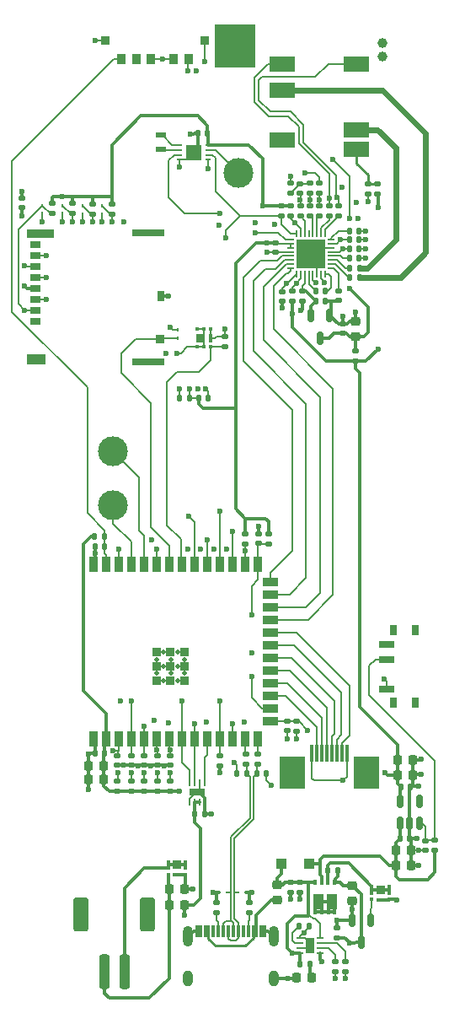
<source format=gbr>
%TF.GenerationSoftware,KiCad,Pcbnew,7.0.2-0*%
%TF.CreationDate,2023-08-13T19:48:24+08:00*%
%TF.ProjectId,Music_32_V2,4d757369-635f-4333-925f-56322e6b6963,rev?*%
%TF.SameCoordinates,Original*%
%TF.FileFunction,Copper,L1,Top*%
%TF.FilePolarity,Positive*%
%FSLAX46Y46*%
G04 Gerber Fmt 4.6, Leading zero omitted, Abs format (unit mm)*
G04 Created by KiCad (PCBNEW 7.0.2-0) date 2023-08-13 19:48:24*
%MOMM*%
%LPD*%
G01*
G04 APERTURE LIST*
G04 Aperture macros list*
%AMRoundRect*
0 Rectangle with rounded corners*
0 $1 Rounding radius*
0 $2 $3 $4 $5 $6 $7 $8 $9 X,Y pos of 4 corners*
0 Add a 4 corners polygon primitive as box body*
4,1,4,$2,$3,$4,$5,$6,$7,$8,$9,$2,$3,0*
0 Add four circle primitives for the rounded corners*
1,1,$1+$1,$2,$3*
1,1,$1+$1,$4,$5*
1,1,$1+$1,$6,$7*
1,1,$1+$1,$8,$9*
0 Add four rect primitives between the rounded corners*
20,1,$1+$1,$2,$3,$4,$5,0*
20,1,$1+$1,$4,$5,$6,$7,0*
20,1,$1+$1,$6,$7,$8,$9,0*
20,1,$1+$1,$8,$9,$2,$3,0*%
%AMOutline4P*
0 Free polygon, 4 corners , with rotation*
0 The origin of the aperture is its center*
0 number of corners: always 4*
0 $1 to $8 corner X, Y*
0 $9 Rotation angle, in degrees counterclockwise*
0 create outline with 4 corners*
4,1,4,$1,$2,$3,$4,$5,$6,$7,$8,$1,$2,$9*%
G04 Aperture macros list end*
%TA.AperFunction,NonConductor*%
%ADD10C,0.100000*%
%TD*%
%TA.AperFunction,SMDPad,CuDef*%
%ADD11RoundRect,0.062500X-0.117500X-0.062500X0.117500X-0.062500X0.117500X0.062500X-0.117500X0.062500X0*%
%TD*%
%TA.AperFunction,SMDPad,CuDef*%
%ADD12RoundRect,0.225000X0.225000X0.250000X-0.225000X0.250000X-0.225000X-0.250000X0.225000X-0.250000X0*%
%TD*%
%TA.AperFunction,SMDPad,CuDef*%
%ADD13RoundRect,0.140000X0.140000X0.170000X-0.140000X0.170000X-0.140000X-0.170000X0.140000X-0.170000X0*%
%TD*%
%TA.AperFunction,SMDPad,CuDef*%
%ADD14RoundRect,0.140000X0.170000X-0.140000X0.170000X0.140000X-0.170000X0.140000X-0.170000X-0.140000X0*%
%TD*%
%TA.AperFunction,SMDPad,CuDef*%
%ADD15RoundRect,0.062500X-0.300000X-0.062500X0.300000X-0.062500X0.300000X0.062500X-0.300000X0.062500X0*%
%TD*%
%TA.AperFunction,SMDPad,CuDef*%
%ADD16R,0.900000X1.600000*%
%TD*%
%TA.AperFunction,SMDPad,CuDef*%
%ADD17RoundRect,0.225000X-0.225000X-0.250000X0.225000X-0.250000X0.225000X0.250000X-0.225000X0.250000X0*%
%TD*%
%TA.AperFunction,SMDPad,CuDef*%
%ADD18RoundRect,0.062500X0.062500X-0.287500X0.062500X0.287500X-0.062500X0.287500X-0.062500X-0.287500X0*%
%TD*%
%TA.AperFunction,SMDPad,CuDef*%
%ADD19R,1.600000X0.800000*%
%TD*%
%TA.AperFunction,SMDPad,CuDef*%
%ADD20RoundRect,0.135000X0.185000X-0.135000X0.185000X0.135000X-0.185000X0.135000X-0.185000X-0.135000X0*%
%TD*%
%TA.AperFunction,SMDPad,CuDef*%
%ADD21RoundRect,0.140000X-0.170000X0.140000X-0.170000X-0.140000X0.170000X-0.140000X0.170000X0.140000X0*%
%TD*%
%TA.AperFunction,SMDPad,CuDef*%
%ADD22RoundRect,0.150000X-0.150000X0.512500X-0.150000X-0.512500X0.150000X-0.512500X0.150000X0.512500X0*%
%TD*%
%TA.AperFunction,SMDPad,CuDef*%
%ADD23RoundRect,0.135000X-0.185000X0.135000X-0.185000X-0.135000X0.185000X-0.135000X0.185000X0.135000X0*%
%TD*%
%TA.AperFunction,SMDPad,CuDef*%
%ADD24R,1.100000X0.700000*%
%TD*%
%TA.AperFunction,SMDPad,CuDef*%
%ADD25R,0.930000X0.900000*%
%TD*%
%TA.AperFunction,SMDPad,CuDef*%
%ADD26R,0.780000X1.050000*%
%TD*%
%TA.AperFunction,SMDPad,CuDef*%
%ADD27R,1.830000X1.140000*%
%TD*%
%TA.AperFunction,SMDPad,CuDef*%
%ADD28R,2.800000X0.860000*%
%TD*%
%TA.AperFunction,SMDPad,CuDef*%
%ADD29R,3.330000X0.700000*%
%TD*%
%TA.AperFunction,SMDPad,CuDef*%
%ADD30RoundRect,0.140000X-0.140000X-0.170000X0.140000X-0.170000X0.140000X0.170000X-0.140000X0.170000X0*%
%TD*%
%TA.AperFunction,SMDPad,CuDef*%
%ADD31RoundRect,0.250000X0.250000X1.500000X-0.250000X1.500000X-0.250000X-1.500000X0.250000X-1.500000X0*%
%TD*%
%TA.AperFunction,SMDPad,CuDef*%
%ADD32RoundRect,0.250001X0.499999X1.449999X-0.499999X1.449999X-0.499999X-1.449999X0.499999X-1.449999X0*%
%TD*%
%TA.AperFunction,SMDPad,CuDef*%
%ADD33RoundRect,0.062500X-0.062500X0.117500X-0.062500X-0.117500X0.062500X-0.117500X0.062500X0.117500X0*%
%TD*%
%TA.AperFunction,SMDPad,CuDef*%
%ADD34C,3.000000*%
%TD*%
%TA.AperFunction,SMDPad,CuDef*%
%ADD35RoundRect,0.225000X0.250000X-0.225000X0.250000X0.225000X-0.250000X0.225000X-0.250000X-0.225000X0*%
%TD*%
%TA.AperFunction,SMDPad,CuDef*%
%ADD36RoundRect,0.062500X0.117500X0.062500X-0.117500X0.062500X-0.117500X-0.062500X0.117500X-0.062500X0*%
%TD*%
%TA.AperFunction,SMDPad,CuDef*%
%ADD37Outline4P,-1.250000X-0.800000X1.250000X-0.800000X1.250000X0.800000X-1.250000X0.800000X0.000000*%
%TD*%
%TA.AperFunction,SMDPad,CuDef*%
%ADD38R,0.350000X1.800000*%
%TD*%
%TA.AperFunction,SMDPad,CuDef*%
%ADD39R,2.500000X3.200000*%
%TD*%
%TA.AperFunction,SMDPad,CuDef*%
%ADD40R,0.900000X1.500000*%
%TD*%
%TA.AperFunction,SMDPad,CuDef*%
%ADD41R,1.500000X0.900000*%
%TD*%
%TA.AperFunction,ComponentPad*%
%ADD42C,0.500000*%
%TD*%
%TA.AperFunction,SMDPad,CuDef*%
%ADD43R,0.900000X0.900000*%
%TD*%
%TA.AperFunction,SMDPad,CuDef*%
%ADD44RoundRect,0.135000X-0.135000X-0.185000X0.135000X-0.185000X0.135000X0.185000X-0.135000X0.185000X0*%
%TD*%
%TA.AperFunction,SMDPad,CuDef*%
%ADD45R,0.400000X0.350000*%
%TD*%
%TA.AperFunction,SMDPad,CuDef*%
%ADD46R,0.399000X0.910000*%
%TD*%
%TA.AperFunction,SMDPad,CuDef*%
%ADD47R,0.810000X0.910000*%
%TD*%
%TA.AperFunction,SMDPad,CuDef*%
%ADD48RoundRect,0.225000X-0.250000X0.225000X-0.250000X-0.225000X0.250000X-0.225000X0.250000X0.225000X0*%
%TD*%
%TA.AperFunction,SMDPad,CuDef*%
%ADD49RoundRect,0.150000X0.150000X-0.512500X0.150000X0.512500X-0.150000X0.512500X-0.150000X-0.512500X0*%
%TD*%
%TA.AperFunction,SMDPad,CuDef*%
%ADD50RoundRect,0.135000X0.135000X0.185000X-0.135000X0.185000X-0.135000X-0.185000X0.135000X-0.185000X0*%
%TD*%
%TA.AperFunction,SMDPad,CuDef*%
%ADD51RoundRect,0.218750X-0.218750X-0.256250X0.218750X-0.256250X0.218750X0.256250X-0.218750X0.256250X0*%
%TD*%
%TA.AperFunction,SMDPad,CuDef*%
%ADD52R,0.800000X1.000000*%
%TD*%
%TA.AperFunction,SMDPad,CuDef*%
%ADD53R,1.500000X0.700000*%
%TD*%
%TA.AperFunction,SMDPad,CuDef*%
%ADD54R,0.625000X0.250000*%
%TD*%
%TA.AperFunction,SMDPad,CuDef*%
%ADD55R,1.600000X1.600000*%
%TD*%
%TA.AperFunction,SMDPad,CuDef*%
%ADD56R,0.400000X0.500000*%
%TD*%
%TA.AperFunction,SMDPad,CuDef*%
%ADD57R,1.115000X1.639980*%
%TD*%
%TA.AperFunction,SMDPad,CuDef*%
%ADD58R,1.100000X1.640000*%
%TD*%
%TA.AperFunction,SMDPad,CuDef*%
%ADD59R,0.300000X1.150000*%
%TD*%
%TA.AperFunction,ComponentPad*%
%ADD60O,1.000000X2.100000*%
%TD*%
%TA.AperFunction,ComponentPad*%
%ADD61O,1.000000X1.600000*%
%TD*%
%TA.AperFunction,SMDPad,CuDef*%
%ADD62R,0.350000X0.400000*%
%TD*%
%TA.AperFunction,SMDPad,CuDef*%
%ADD63R,0.910000X0.399000*%
%TD*%
%TA.AperFunction,SMDPad,CuDef*%
%ADD64R,0.910000X0.810000*%
%TD*%
%TA.AperFunction,SMDPad,CuDef*%
%ADD65RoundRect,0.250000X0.300000X0.300000X-0.300000X0.300000X-0.300000X-0.300000X0.300000X-0.300000X0*%
%TD*%
%TA.AperFunction,SMDPad,CuDef*%
%ADD66RoundRect,0.062500X0.062500X-0.117500X0.062500X0.117500X-0.062500X0.117500X-0.062500X-0.117500X0*%
%TD*%
%TA.AperFunction,SMDPad,CuDef*%
%ADD67RoundRect,0.218750X0.256250X-0.218750X0.256250X0.218750X-0.256250X0.218750X-0.256250X-0.218750X0*%
%TD*%
%TA.AperFunction,SMDPad,CuDef*%
%ADD68R,0.900000X1.000000*%
%TD*%
%TA.AperFunction,SMDPad,CuDef*%
%ADD69RoundRect,0.050000X-0.300000X-0.050000X0.300000X-0.050000X0.300000X0.050000X-0.300000X0.050000X0*%
%TD*%
%TA.AperFunction,SMDPad,CuDef*%
%ADD70RoundRect,0.050000X-0.050000X-0.300000X0.050000X-0.300000X0.050000X0.300000X-0.050000X0.300000X0*%
%TD*%
%TA.AperFunction,SMDPad,CuDef*%
%ADD71R,2.900000X2.900000*%
%TD*%
%TA.AperFunction,SMDPad,CuDef*%
%ADD72R,1.100000X0.600000*%
%TD*%
%TA.AperFunction,ComponentPad*%
%ADD73C,1.000000*%
%TD*%
%TA.AperFunction,ViaPad*%
%ADD74C,0.600000*%
%TD*%
%TA.AperFunction,Conductor*%
%ADD75C,0.300000*%
%TD*%
%TA.AperFunction,Conductor*%
%ADD76C,0.200000*%
%TD*%
%TA.AperFunction,Conductor*%
%ADD77C,0.150000*%
%TD*%
%TA.AperFunction,Conductor*%
%ADD78C,0.250000*%
%TD*%
%TA.AperFunction,Conductor*%
%ADD79C,0.600000*%
%TD*%
G04 APERTURE END LIST*
D10*
X155800000Y-64300000D02*
X151800000Y-64300000D01*
X151800000Y-60100000D01*
X155800000Y-60100000D01*
X155800000Y-64300000D01*
%TA.AperFunction,NonConductor*%
G36*
X155800000Y-64300000D02*
G01*
X151800000Y-64300000D01*
X151800000Y-60100000D01*
X155800000Y-60100000D01*
X155800000Y-64300000D01*
G37*
%TD.AperFunction*%
D11*
%TO.P,D1,1,A1*%
%TO.N,GND*%
X154920000Y-147200000D03*
%TO.P,D1,2,A2*%
%TO.N,D+*%
X154080000Y-147200000D03*
%TD*%
D12*
%TO.P,C13,1*%
%TO.N,+3.3V*%
X140630000Y-134450000D03*
%TO.P,C13,2*%
%TO.N,GND*%
X139080000Y-134450000D03*
%TD*%
D13*
%TO.P,C2,1*%
%TO.N,PWR*%
X140730000Y-112450000D03*
%TO.P,C2,2*%
%TO.N,GND*%
X139770000Y-112450000D03*
%TD*%
D14*
%TO.P,C14,1*%
%TO.N,GND*%
X157900000Y-82930000D03*
%TO.P,C14,2*%
%TO.N,+3.3V*%
X157900000Y-81970000D03*
%TD*%
D13*
%TO.P,C47,1*%
%TO.N,+3.3V*%
X151092500Y-71000000D03*
%TO.P,C47,2*%
%TO.N,GND*%
X150132500Y-71000000D03*
%TD*%
D15*
%TO.P,U5,1,TEMP*%
%TO.N,GND*%
X160387500Y-151800000D03*
%TO.P,U5,2,PROG*%
%TO.N,/Power/PROG*%
X160387500Y-152300000D03*
%TO.P,U5,3,GND*%
%TO.N,GND*%
X160387500Y-152800000D03*
%TO.P,U5,4,VCC*%
%TO.N,VBUS*%
X160387500Y-153300000D03*
%TO.P,U5,5,BAT*%
%TO.N,BATT+*%
X162412500Y-153300000D03*
%TO.P,U5,6,STDBY*%
%TO.N,/Power/STBY*%
X162412500Y-152800000D03*
%TO.P,U5,7,CHRG*%
%TO.N,/Power/CHRG*%
X162412500Y-152300000D03*
%TO.P,U5,8,CE*%
%TO.N,VBUS*%
X162412500Y-151800000D03*
D16*
%TO.P,U5,9,EP*%
%TO.N,GND*%
X161400000Y-152550000D03*
%TD*%
D17*
%TO.P,C37,1*%
%TO.N,+3.3V*%
X170174998Y-135387501D03*
%TO.P,C37,2*%
%TO.N,GND*%
X171724998Y-135387501D03*
%TD*%
D18*
%TO.P,U9,1,CTG*%
%TO.N,GND*%
X149280000Y-138150000D03*
%TO.P,U9,2,CELL*%
%TO.N,BATT+*%
X149780000Y-138150000D03*
%TO.P,U9,3,Vdd*%
X150280000Y-138150000D03*
%TO.P,U9,4,GND*%
%TO.N,GND*%
X150780000Y-138150000D03*
%TO.P,U9,5,ALRT*%
%TO.N,FUEL_INT*%
X150780000Y-136150000D03*
%TO.P,U9,6,QSTRT*%
%TO.N,GND*%
X150280000Y-136150000D03*
%TO.P,U9,7,SCL*%
%TO.N,SCL*%
X149780000Y-136150000D03*
%TO.P,U9,8,SDA*%
%TO.N,SDA*%
X149280000Y-136150000D03*
D19*
%TO.P,U9,9,EP*%
%TO.N,GND*%
X150030000Y-137150000D03*
%TD*%
D20*
%TO.P,R14,1*%
%TO.N,+3.3V*%
X159595000Y-87845000D03*
%TO.P,R14,2*%
%TO.N,HEADSET_INT*%
X159595000Y-86825000D03*
%TD*%
D13*
%TO.P,C17,1*%
%TO.N,GND*%
X166310000Y-80775000D03*
%TO.P,C17,2*%
%TO.N,Net-(U3-VMID)*%
X165350000Y-80775000D03*
%TD*%
D21*
%TO.P,C7,1*%
%TO.N,IO6*%
X146050000Y-133470000D03*
%TO.P,C7,2*%
%TO.N,GND*%
X146050000Y-134430000D03*
%TD*%
D22*
%TO.P,U6,1,Out*%
%TO.N,/Power/PSEN_GATE*%
X167500000Y-149950000D03*
%TO.P,U6,2,Gnd*%
%TO.N,GND*%
X165600000Y-149950000D03*
%TO.P,U6,3,Vin*%
%TO.N,BATT+*%
X166550000Y-152225000D03*
%TD*%
D20*
%TO.P,R34,1*%
%TO.N,DISPLAY_BACKLIGHT_EN*%
X152800000Y-92385001D03*
%TO.P,R34,2*%
%TO.N,GND*%
X152800000Y-91365001D03*
%TD*%
D23*
%TO.P,R15,1*%
%TO.N,/Codec/HP_Detect*%
X167220000Y-76090000D03*
%TO.P,R15,2*%
%TO.N,Net-(U3-HEADSET)*%
X167220000Y-77110000D03*
%TD*%
D14*
%TO.P,C25,1*%
%TO.N,GND*%
X164300000Y-87780000D03*
%TO.P,C25,2*%
%TO.N,Net-(U3-CPVSSP)*%
X164300000Y-86820000D03*
%TD*%
D24*
%TO.P,J4,1,DAT2*%
%TO.N,unconnected-(J4-DAT2-Pad1)*%
X133820000Y-89830000D03*
%TO.P,J4,2,DAT3/CD*%
%TO.N,SD_CS*%
X133820000Y-88730000D03*
%TO.P,J4,3,CMD*%
%TO.N,MOSI*%
X133820000Y-87630000D03*
%TO.P,J4,4,VDD*%
%TO.N,+3.3V*%
X133820000Y-86530000D03*
%TO.P,J4,5,CLK*%
%TO.N,CLK*%
X133820000Y-85430000D03*
%TO.P,J4,6,VSS*%
%TO.N,GND*%
X133820000Y-84330000D03*
%TO.P,J4,7,DAT0*%
%TO.N,MISO*%
X133820000Y-83230000D03*
%TO.P,J4,8,DAT1*%
%TO.N,unconnected-(J4-DAT1-Pad8)*%
X133820000Y-82130000D03*
D25*
%TO.P,J4,9,DET*%
%TO.N,SD_DETECT*%
X146285000Y-91620000D03*
D26*
%TO.P,J4,10,SHIELD*%
%TO.N,GND*%
X146360000Y-87355000D03*
D27*
%TO.P,J4,P1*%
%TO.N,N/C*%
X133835000Y-93710000D03*
D28*
%TO.P,J4,P2*%
X134320000Y-81050000D03*
D29*
%TO.P,J4,P3*%
X145085000Y-93930000D03*
%TO.P,J4,P4*%
X145085000Y-80970000D03*
%TD*%
D30*
%TO.P,C33,1*%
%TO.N,/Power/Vin*%
X170420000Y-141749998D03*
%TO.P,C33,2*%
%TO.N,GND*%
X171380000Y-141749998D03*
%TD*%
D31*
%TO.P,BT1,1*%
%TO.N,Net-(Q1-D)*%
X142720000Y-155180000D03*
%TO.P,BT1,2,+*%
%TO.N,/Power/Batt+_unfuse*%
X140720000Y-155180000D03*
D32*
%TO.P,BT1,MP*%
%TO.N,N/C*%
X145070000Y-149430000D03*
X138370000Y-149430000D03*
%TD*%
D13*
%TO.P,C15,1*%
%TO.N,GND*%
X166310000Y-81675000D03*
%TO.P,C15,2*%
%TO.N,ADCVREF*%
X165350000Y-81675000D03*
%TD*%
D20*
%TO.P,R24,1*%
%TO.N,/Power/CC1*%
X152000000Y-149200001D03*
%TO.P,R24,2*%
%TO.N,GND*%
X152000000Y-148180001D03*
%TD*%
D21*
%TO.P,C3,1*%
%TO.N,HOLD*%
X143450000Y-133470000D03*
%TO.P,C3,2*%
%TO.N,GND*%
X143450000Y-134430000D03*
%TD*%
D20*
%TO.P,R9,1*%
%TO.N,D-*%
X154930000Y-134360000D03*
%TO.P,R9,2*%
%TO.N,/TD-*%
X154930000Y-133340000D03*
%TD*%
D21*
%TO.P,C23,1*%
%TO.N,/Codec/M1+*%
X163295000Y-78295000D03*
%TO.P,C23,2*%
%TO.N,Net-(U3-MIC1P)*%
X163295000Y-79255000D03*
%TD*%
D14*
%TO.P,C38,1*%
%TO.N,+3.3V*%
X132400000Y-78480000D03*
%TO.P,C38,2*%
%TO.N,GND*%
X132400000Y-77520000D03*
%TD*%
D23*
%TO.P,R12,1*%
%TO.N,+3.3V*%
X158520000Y-78265000D03*
%TO.P,R12,2*%
%TO.N,SCL*%
X158520000Y-79285000D03*
%TD*%
D33*
%TO.P,D10,1,A1*%
%TO.N,GND*%
X134500000Y-79070000D03*
%TO.P,D10,2,A2*%
%TO.N,SD_CS*%
X134500000Y-78230000D03*
%TD*%
D17*
%TO.P,C31,1*%
%TO.N,/Power/Vin*%
X169979997Y-142950000D03*
%TO.P,C31,2*%
%TO.N,GND*%
X171529997Y-142950000D03*
%TD*%
D23*
%TO.P,R39,1*%
%TO.N,+3.3V*%
X141500000Y-78060000D03*
%TO.P,R39,2*%
%TO.N,CLK*%
X141500000Y-79080000D03*
%TD*%
D14*
%TO.P,C40,1*%
%TO.N,BATT+*%
X164100000Y-151730000D03*
%TO.P,C40,2*%
%TO.N,GND*%
X164100000Y-150770000D03*
%TD*%
D20*
%TO.P,R27,1*%
%TO.N,Net-(D4-K)*%
X163900000Y-155150000D03*
%TO.P,R27,2*%
%TO.N,/Power/STBY*%
X163900000Y-154130000D03*
%TD*%
%TO.P,R1,1*%
%TO.N,+3.3V*%
X147350000Y-137010000D03*
%TO.P,R1,2*%
%TO.N,IO7*%
X147350000Y-135990000D03*
%TD*%
D34*
%TO.P,TP3,1,1*%
%TO.N,Net-(U10-CLKOUT)*%
X154200000Y-74950000D03*
%TD*%
D35*
%TO.P,C41,1*%
%TO.N,+3.3VA*%
X165970000Y-91425000D03*
%TO.P,C41,2*%
%TO.N,GND*%
X165970000Y-89875000D03*
%TD*%
D36*
%TO.P,D2,1,A1*%
%TO.N,GND*%
X152280000Y-147200000D03*
%TO.P,D2,2,A2*%
%TO.N,D-*%
X153120000Y-147200000D03*
%TD*%
D23*
%TO.P,R38,1*%
%TO.N,+3.3V*%
X139500000Y-78060000D03*
%TO.P,R38,2*%
%TO.N,MOSI*%
X139500000Y-79080000D03*
%TD*%
D21*
%TO.P,C6,1*%
%TO.N,IO3*%
X159100000Y-130010000D03*
%TO.P,C6,2*%
%TO.N,GND*%
X159100000Y-130970000D03*
%TD*%
%TO.P,C43,1*%
%TO.N,/Power/REG_EN*%
X172949998Y-142007501D03*
%TO.P,C43,2*%
%TO.N,GND*%
X172949998Y-142967501D03*
%TD*%
D37*
%TO.P,J2,R1*%
%TO.N,Net-(J2-PadR1)*%
X158570000Y-66630000D03*
%TO.P,J2,R1N*%
%TO.N,N/C*%
X158570000Y-71630000D03*
%TO.P,J2,R2*%
%TO.N,/Codec/M1-*%
X166070000Y-64030000D03*
%TO.P,J2,S*%
%TO.N,/Codec/M1+*%
X158570000Y-64030000D03*
%TO.P,J2,T*%
%TO.N,Net-(J2-PadT)*%
X166070000Y-70630000D03*
%TO.P,J2,TN*%
%TO.N,/Codec/HP_Detect*%
X166070000Y-72630000D03*
%TD*%
D20*
%TO.P,R20,1*%
%TO.N,/Codec/M2-*%
X162295000Y-77035000D03*
%TO.P,R20,2*%
%TO.N,GND*%
X162295000Y-76015000D03*
%TD*%
%TO.P,R25,1*%
%TO.N,/Power/CC2*%
X155250000Y-149210000D03*
%TO.P,R25,2*%
%TO.N,GND*%
X155250000Y-148190000D03*
%TD*%
D23*
%TO.P,R13,1*%
%TO.N,GND*%
X160420000Y-78290000D03*
%TO.P,R13,2*%
%TO.N,Net-(U3-CE)*%
X160420000Y-79310000D03*
%TD*%
D20*
%TO.P,R17,1*%
%TO.N,+3.3V*%
X168190000Y-77110000D03*
%TO.P,R17,2*%
%TO.N,/Codec/HP_Detect*%
X168190000Y-76090000D03*
%TD*%
D21*
%TO.P,C21,1*%
%TO.N,/Codec/M2+*%
X161395000Y-78295000D03*
%TO.P,C21,2*%
%TO.N,Net-(U3-MIC2P)*%
X161395000Y-79255000D03*
%TD*%
D14*
%TO.P,C27,1*%
%TO.N,GND*%
X160400000Y-77005000D03*
%TO.P,C27,2*%
%TO.N,Net-(C27-Pad2)*%
X160400000Y-76045000D03*
%TD*%
D38*
%TO.P,J1,1,Pin_1*%
%TO.N,GND*%
X165070000Y-133230000D03*
%TO.P,J1,2,Pin_2*%
%TO.N,T1*%
X164570000Y-133230000D03*
%TO.P,J1,3,Pin_3*%
%TO.N,T2*%
X164070000Y-133230000D03*
%TO.P,J1,4,Pin_4*%
%TO.N,T3*%
X163570000Y-133230000D03*
%TO.P,J1,5,Pin_5*%
%TO.N,T4*%
X163070000Y-133230000D03*
%TO.P,J1,6,Pin_6*%
%TO.N,T5*%
X162570000Y-133230000D03*
%TO.P,J1,7,Pin_7*%
%TO.N,T6*%
X162070000Y-133230000D03*
%TO.P,J1,8,Pin_8*%
%TO.N,GND*%
X161570000Y-133230000D03*
D39*
%TO.P,J1,9*%
%TO.N,N/C*%
X167020000Y-135130000D03*
X159620000Y-135130000D03*
%TD*%
D40*
%TO.P,U2,1,GND*%
%TO.N,GND*%
X139640000Y-131750000D03*
%TO.P,U2,2,3V3*%
%TO.N,+3.3V*%
X140910000Y-131750000D03*
%TO.P,U2,3,EN*%
%TO.N,/EN*%
X142180000Y-131750000D03*
%TO.P,U2,4,IO4*%
%TO.N,HOLD*%
X143450000Y-131750000D03*
%TO.P,U2,5,IO5*%
%TO.N,IO5*%
X144720000Y-131750000D03*
%TO.P,U2,6,IO6*%
%TO.N,IO6*%
X145990000Y-131750000D03*
%TO.P,U2,7,IO7*%
%TO.N,IO7*%
X147260000Y-131750000D03*
%TO.P,U2,8,IO15*%
%TO.N,SDA*%
X148530000Y-131750000D03*
%TO.P,U2,9,IO16*%
%TO.N,SCL*%
X149800000Y-131750000D03*
%TO.P,U2,10,IO17*%
%TO.N,FUEL_INT*%
X151070000Y-131750000D03*
%TO.P,U2,11,IO18*%
%TO.N,RTC_INT*%
X152340000Y-131750000D03*
%TO.P,U2,12,IO8*%
%TO.N,HEADSET_INT*%
X153610000Y-131750000D03*
%TO.P,U2,13,IO19*%
%TO.N,/TD-*%
X154880000Y-131750000D03*
%TO.P,U2,14,IO20*%
%TO.N,/TD+*%
X156150000Y-131750000D03*
D41*
%TO.P,U2,15,IO3*%
%TO.N,IO3*%
X157400000Y-129985000D03*
%TO.P,U2,16,IO46*%
%TO.N,MCLK*%
X157400000Y-128715000D03*
%TO.P,U2,17,IO9*%
%TO.N,T6*%
X157400000Y-127445000D03*
%TO.P,U2,18,IO10*%
%TO.N,T5*%
X157400000Y-126175000D03*
%TO.P,U2,19,IO11*%
%TO.N,T4*%
X157400000Y-124905000D03*
%TO.P,U2,20,IO12*%
%TO.N,T3*%
X157400000Y-123635000D03*
%TO.P,U2,21,IO13*%
%TO.N,T2*%
X157400000Y-122365000D03*
%TO.P,U2,22,IO14*%
%TO.N,T1*%
X157400000Y-121095000D03*
%TO.P,U2,23,IO21*%
%TO.N,SDOUT*%
X157400000Y-119825000D03*
%TO.P,U2,24,IO47*%
%TO.N,LRCK*%
X157400000Y-118555000D03*
%TO.P,U2,25,IO48*%
%TO.N,SDIN*%
X157400000Y-117285000D03*
%TO.P,U2,26,IO45*%
%TO.N,SCLK*%
X157400000Y-116015000D03*
D40*
%TO.P,U2,27,IO0*%
%TO.N,IO0*%
X156150000Y-114250000D03*
%TO.P,U2,28,IO35*%
%TO.N,DISPLAY_RESET*%
X154880000Y-114250000D03*
%TO.P,U2,29,IO36*%
%TO.N,MOSI*%
X153610000Y-114250000D03*
%TO.P,U2,30,IO37*%
%TO.N,CLK*%
X152340000Y-114250000D03*
%TO.P,U2,31,IO38*%
%TO.N,DISPLAY_CS*%
X151070000Y-114250000D03*
%TO.P,U2,32,IO39*%
%TO.N,DISPLAY_DC*%
X149800000Y-114250000D03*
%TO.P,U2,33,IO40*%
%TO.N,DISPLAY_BACKLIGHT_EN*%
X148530000Y-114250000D03*
%TO.P,U2,34,IO41*%
%TO.N,SD_DETECT*%
X147260000Y-114250000D03*
%TO.P,U2,35,IO42*%
%TO.N,MISO*%
X145990000Y-114250000D03*
%TO.P,U2,36,RXD0*%
%TO.N,Net-(U2-RXD0)*%
X144720000Y-114250000D03*
%TO.P,U2,37,TXD0*%
%TO.N,Net-(U2-TXD0)*%
X143450000Y-114250000D03*
%TO.P,U2,38,IO2*%
%TO.N,SD_CS*%
X142180000Y-114250000D03*
%TO.P,U2,39,IO1*%
%TO.N,PWR*%
X140910000Y-114250000D03*
%TO.P,U2,40,GND*%
%TO.N,GND*%
X139640000Y-114250000D03*
D42*
%TO.P,U2,41_1,GND*%
X146660000Y-125900000D03*
X148060000Y-125900000D03*
X145950000Y-125200000D03*
X147400000Y-125200000D03*
X148750000Y-125200000D03*
X146650000Y-124500000D03*
D43*
X147360000Y-124500000D03*
D42*
X148060000Y-124500000D03*
X145950000Y-123800000D03*
X147400000Y-123800000D03*
X148750000Y-123800000D03*
X146650000Y-123050000D03*
X148060000Y-123050000D03*
D43*
%TO.P,U2,41_2,GND*%
X147360000Y-125900000D03*
%TO.P,U2,41_3,GND*%
X147360000Y-123100000D03*
%TO.P,U2,41_4,GND*%
X148760000Y-125900000D03*
%TO.P,U2,41_5,GND*%
X148760000Y-124500000D03*
%TO.P,U2,41_6,GND*%
X148760000Y-123100000D03*
%TO.P,U2,41_7,GND*%
X145960000Y-125900000D03*
%TO.P,U2,41_8,GND*%
X145960000Y-124500000D03*
%TO.P,U2,41_9,GND*%
X145960000Y-123100000D03*
%TD*%
D23*
%TO.P,R11,1*%
%TO.N,+3.3V*%
X159470000Y-78265000D03*
%TO.P,R11,2*%
%TO.N,SDA*%
X159470000Y-79285000D03*
%TD*%
D13*
%TO.P,C9,1*%
%TO.N,+3.3V*%
X140735000Y-133250000D03*
%TO.P,C9,2*%
%TO.N,GND*%
X139775000Y-133250000D03*
%TD*%
D44*
%TO.P,R26,1*%
%TO.N,VBUS*%
X160400000Y-154350000D03*
%TO.P,R26,2*%
%TO.N,Net-(C34-Pad1)*%
X161420000Y-154350000D03*
%TD*%
%TO.P,R2,1*%
%TO.N,+3.3V*%
X139720000Y-111450000D03*
%TO.P,R2,2*%
%TO.N,PWR*%
X140740000Y-111450000D03*
%TD*%
%TO.P,R18,1*%
%TO.N,Net-(U3-LOUT)*%
X165345000Y-84500000D03*
%TO.P,R18,2*%
%TO.N,Net-(J2-PadT)*%
X166365000Y-84500000D03*
%TD*%
D45*
%TO.P,Q4,1,G*%
%TO.N,DISPLAY_BACKLIGHT_EN*%
X151350000Y-92425000D03*
D46*
%TO.P,Q4,2,S*%
%TO.N,GND*%
X151394500Y-91550000D03*
D45*
X151350000Y-90675000D03*
%TO.P,Q4,3,D*%
%TO.N,Net-(Q4-D)*%
X150050000Y-92425000D03*
X150700000Y-92425000D03*
D47*
X150379000Y-91550000D03*
D45*
X150050000Y-90675000D03*
X150700000Y-90675000D03*
%TD*%
D20*
%TO.P,R5,1*%
%TO.N,+3.3V*%
X144700000Y-137020000D03*
%TO.P,R5,2*%
%TO.N,IO5*%
X144700000Y-136000000D03*
%TD*%
D17*
%TO.P,C32,1*%
%TO.N,/Power/Vin*%
X169979995Y-144449999D03*
%TO.P,C32,2*%
%TO.N,GND*%
X171529995Y-144449999D03*
%TD*%
D14*
%TO.P,C26,1*%
%TO.N,GND*%
X158620000Y-87830000D03*
%TO.P,C26,2*%
%TO.N,Net-(U3-HEADSET)*%
X158620000Y-86870000D03*
%TD*%
D20*
%TO.P,R23,1*%
%TO.N,GND*%
X159400000Y-147210000D03*
%TO.P,R23,2*%
%TO.N,VBUS*%
X159400000Y-146190000D03*
%TD*%
D13*
%TO.P,C44,1*%
%TO.N,GND*%
X162900000Y-87850000D03*
%TO.P,C44,2*%
%TO.N,+1V8*%
X161940000Y-87850000D03*
%TD*%
D30*
%TO.P,C12,1*%
%TO.N,D+*%
X156050000Y-135250000D03*
%TO.P,C12,2*%
%TO.N,GND*%
X157010000Y-135250000D03*
%TD*%
D21*
%TO.P,C30,1*%
%TO.N,VBUS*%
X160400000Y-146200000D03*
%TO.P,C30,2*%
%TO.N,GND*%
X160400000Y-147160000D03*
%TD*%
D48*
%TO.P,C28,1*%
%TO.N,BATT+*%
X165600000Y-146475000D03*
%TO.P,C28,2*%
%TO.N,GND*%
X165600000Y-148025000D03*
%TD*%
D49*
%TO.P,U4,1,VIN*%
%TO.N,/Power/Vin*%
X170450000Y-140287500D03*
%TO.P,U4,2,GND*%
%TO.N,GND*%
X171400000Y-140287500D03*
%TO.P,U4,3,CE*%
%TO.N,/Power/REG_EN*%
X172350000Y-140287500D03*
%TO.P,U4,4,NC*%
%TO.N,unconnected-(U4-NC-Pad4)*%
X172350000Y-138012500D03*
%TO.P,U4,5,VOUT*%
%TO.N,+3.3V*%
X170450000Y-138012500D03*
%TD*%
D50*
%TO.P,R35,1*%
%TO.N,+3.3V*%
X149290000Y-97550000D03*
%TO.P,R35,2*%
%TO.N,Net-(U8-LEDA)*%
X148270000Y-97550000D03*
%TD*%
D20*
%TO.P,R36,1*%
%TO.N,DISPLAY_RESET*%
X154900000Y-112210000D03*
%TO.P,R36,2*%
%TO.N,+3.3V*%
X154900000Y-111190000D03*
%TD*%
D51*
%TO.P,F1,1*%
%TO.N,/Power/Batt+_unfuse*%
X147212500Y-148450000D03*
%TO.P,F1,2*%
%TO.N,BATT+*%
X148787500Y-148450000D03*
%TD*%
D20*
%TO.P,R28,1*%
%TO.N,Net-(D5-K)*%
X164900000Y-155150000D03*
%TO.P,R28,2*%
%TO.N,/Power/CHRG*%
X164900000Y-154130000D03*
%TD*%
D23*
%TO.P,R19,1*%
%TO.N,Net-(C27-Pad2)*%
X161395000Y-76015000D03*
%TO.P,R19,2*%
%TO.N,/Codec/M2+*%
X161395000Y-77035000D03*
%TD*%
D44*
%TO.P,R22,1*%
%TO.N,/Power/PSEN_DRIVE*%
X163140000Y-144950000D03*
%TO.P,R22,2*%
%TO.N,BATT+*%
X164160000Y-144950000D03*
%TD*%
%TO.P,R21,1*%
%TO.N,Net-(U3-ROUT)*%
X165345000Y-85450000D03*
%TO.P,R21,2*%
%TO.N,Net-(J2-PadR1)*%
X166365000Y-85450000D03*
%TD*%
D23*
%TO.P,R37,1*%
%TO.N,+3.3V*%
X135500000Y-78040000D03*
%TO.P,R37,2*%
%TO.N,SD_CS*%
X135500000Y-79060000D03*
%TD*%
D52*
%TO.P,SW7,*%
%TO.N,*%
X169765000Y-128180000D03*
X171975000Y-128180000D03*
X169765000Y-120880000D03*
X171975000Y-120880000D03*
D53*
%TO.P,SW7,1,A*%
%TO.N,GND*%
X169115000Y-126780000D03*
%TO.P,SW7,2,B*%
%TO.N,/Power/REG_EN*%
X169115000Y-123780000D03*
%TO.P,SW7,3,C*%
%TO.N,unconnected-(SW7-C-Pad3)*%
X169115000Y-122280000D03*
%TD*%
D21*
%TO.P,C1,1*%
%TO.N,IO7*%
X147350000Y-133470000D03*
%TO.P,C1,2*%
%TO.N,GND*%
X147350000Y-134430000D03*
%TD*%
D14*
%TO.P,C19,1*%
%TO.N,GND*%
X160595000Y-87815000D03*
%TO.P,C19,2*%
%TO.N,+1V8*%
X160595000Y-86855000D03*
%TD*%
D44*
%TO.P,R29,1*%
%TO.N,/Power/PROG*%
X160290000Y-150550000D03*
%TO.P,R29,2*%
%TO.N,GND*%
X161310000Y-150550000D03*
%TD*%
D23*
%TO.P,R16,1*%
%TO.N,ADCVREF*%
X159405000Y-76015000D03*
%TO.P,R16,2*%
%TO.N,Net-(C27-Pad2)*%
X159405000Y-77035000D03*
%TD*%
D13*
%TO.P,C10,1*%
%TO.N,D-*%
X155010000Y-135250000D03*
%TO.P,C10,2*%
%TO.N,GND*%
X154050000Y-135250000D03*
%TD*%
D30*
%TO.P,C45,1*%
%TO.N,+3.3V*%
X150200000Y-97550000D03*
%TO.P,C45,2*%
%TO.N,GND*%
X151160000Y-97550000D03*
%TD*%
D54*
%TO.P,U10,1,OSCI*%
%TO.N,/Peripherals/OSCI*%
X148300000Y-72150000D03*
%TO.P,U10,2,OSCO*%
%TO.N,/Peripherals/OSCO*%
X148300000Y-72650000D03*
%TO.P,U10,3,~{INT}*%
%TO.N,RTC_INT*%
X148300000Y-73150000D03*
%TO.P,U10,4,VSS*%
%TO.N,GND*%
X148300000Y-73650000D03*
%TO.P,U10,5,SDA*%
%TO.N,SDA*%
X151125000Y-73650000D03*
%TO.P,U10,6,SCL*%
%TO.N,SCL*%
X151125000Y-73150000D03*
%TO.P,U10,7,CLKOUT*%
%TO.N,Net-(U10-CLKOUT)*%
X151125000Y-72650000D03*
%TO.P,U10,8,VDD*%
%TO.N,+3.3V*%
X151125000Y-72150000D03*
D55*
%TO.P,U10,EP,EP*%
%TO.N,GND*%
X149712500Y-72900000D03*
%TD*%
D56*
%TO.P,Q3,1,S2*%
%TO.N,BATT+*%
X163850000Y-146200000D03*
%TO.P,Q3,2,G2*%
%TO.N,/Power/PSEN_DRIVE*%
X163200000Y-146200000D03*
%TO.P,Q3,3,S2*%
%TO.N,/Power/Vin*%
X162550000Y-146200000D03*
%TO.P,Q3,4,G2*%
%TO.N,VBUS*%
X161900000Y-146200000D03*
D57*
%TO.P,Q3,5,D2*%
%TO.N,Net-(Q3A-D2-Pad7)*%
X162202500Y-148099990D03*
D56*
X161910000Y-149170000D03*
%TO.P,Q3,6,D2*%
X162560000Y-149170000D03*
D58*
%TO.P,Q3,7,D2*%
X163570000Y-148100000D03*
D56*
X163210000Y-149170000D03*
%TO.P,Q3,8,D2*%
X163860000Y-149170000D03*
%TD*%
D20*
%TO.P,R10,1*%
%TO.N,D+*%
X156130000Y-134360000D03*
%TO.P,R10,2*%
%TO.N,/TD+*%
X156130000Y-133340000D03*
%TD*%
%TO.P,R8,1*%
%TO.N,+3.3V*%
X142000000Y-137010000D03*
%TO.P,R8,2*%
%TO.N,/EN*%
X142000000Y-135990000D03*
%TD*%
%TO.P,FB1,1*%
%TO.N,+3.3V*%
X165970000Y-93860000D03*
%TO.P,FB1,2*%
%TO.N,+3.3VA*%
X165970000Y-92840000D03*
%TD*%
D13*
%TO.P,C16,1*%
%TO.N,GND*%
X166305000Y-83550000D03*
%TO.P,C16,2*%
%TO.N,Net-(U3-DACVREF)*%
X165345000Y-83550000D03*
%TD*%
%TO.P,C20,1*%
%TO.N,Net-(U3-CPBOT)*%
X162900000Y-86800000D03*
%TO.P,C20,2*%
%TO.N,Net-(U3-CPTOP)*%
X161940000Y-86800000D03*
%TD*%
D12*
%TO.P,C34,1*%
%TO.N,Net-(C34-Pad1)*%
X161575000Y-155750000D03*
%TO.P,C34,2*%
%TO.N,GND*%
X160025000Y-155750000D03*
%TD*%
D22*
%TO.P,U7,1,GND*%
%TO.N,GND*%
X163349999Y-89250000D03*
%TO.P,U7,2,VO*%
%TO.N,+1V8*%
X161449999Y-89250000D03*
%TO.P,U7,3,VI*%
%TO.N,+3.3VA*%
X162399999Y-91525000D03*
%TD*%
D59*
%TO.P,J3,A1,GND*%
%TO.N,GND*%
X150070000Y-151060000D03*
%TO.P,J3,A4,VBUS*%
%TO.N,/Power/VBUS_IN*%
X150870000Y-151060000D03*
%TO.P,J3,A5,CC1*%
%TO.N,/Power/CC1*%
X152170000Y-151060000D03*
%TO.P,J3,A6,D+*%
%TO.N,D+*%
X153170000Y-151060000D03*
%TO.P,J3,A7,D-*%
%TO.N,D-*%
X153670000Y-151060000D03*
%TO.P,J3,A8,SBU1*%
%TO.N,unconnected-(J3-SBU1-PadA8)*%
X154670000Y-151060000D03*
%TO.P,J3,A9,VBUS*%
%TO.N,/Power/VBUS_IN*%
X155970000Y-151060000D03*
%TO.P,J3,A12,GND*%
%TO.N,GND*%
X156770000Y-151060000D03*
%TO.P,J3,B1,GND*%
X156470000Y-151060000D03*
%TO.P,J3,B4,VBUS*%
%TO.N,/Power/VBUS_IN*%
X155670000Y-151060000D03*
%TO.P,J3,B5,CC2*%
%TO.N,/Power/CC2*%
X155170000Y-151060000D03*
%TO.P,J3,B6,D+*%
%TO.N,D+*%
X154170000Y-151060000D03*
%TO.P,J3,B7,D-*%
%TO.N,D-*%
X152670000Y-151060000D03*
%TO.P,J3,B8,SBU2*%
%TO.N,unconnected-(J3-SBU2-PadB8)*%
X151670000Y-151060000D03*
%TO.P,J3,B9,VBUS*%
%TO.N,/Power/VBUS_IN*%
X151170000Y-151060000D03*
%TO.P,J3,B12,GND*%
%TO.N,GND*%
X150370000Y-151060000D03*
D60*
%TO.P,J3,S1,SHIELD*%
X149100000Y-151625000D03*
D61*
X149100000Y-155805000D03*
D60*
X157740000Y-151625000D03*
D61*
X157740000Y-155805000D03*
%TD*%
D62*
%TO.P,Q1,1,G*%
%TO.N,/Power/Batt+_unfuse*%
X147125000Y-145405500D03*
D63*
%TO.P,Q1,2,S*%
%TO.N,GND*%
X148000000Y-145450000D03*
D62*
X148875000Y-145405500D03*
%TO.P,Q1,3,D*%
%TO.N,Net-(Q1-D)*%
X147125000Y-144105500D03*
X147125000Y-144755500D03*
D64*
X148000000Y-144434500D03*
D62*
X148875000Y-144105500D03*
X148875000Y-144755500D03*
%TD*%
D13*
%TO.P,C18,1*%
%TO.N,GND*%
X166305000Y-82600000D03*
%TO.P,C18,2*%
%TO.N,+3.3VA*%
X165345000Y-82600000D03*
%TD*%
D23*
%TO.P,R40,1*%
%TO.N,+3.3V*%
X137500000Y-78040000D03*
%TO.P,R40,2*%
%TO.N,MISO*%
X137500000Y-79060000D03*
%TD*%
D65*
%TO.P,D3,1,K*%
%TO.N,/Power/Vin*%
X161300000Y-144350000D03*
%TO.P,D3,2,A*%
%TO.N,VBUS*%
X158500000Y-144350000D03*
%TD*%
D33*
%TO.P,D7,1,A1*%
%TO.N,GND*%
X136500000Y-79070000D03*
%TO.P,D7,2,A2*%
%TO.N,MISO*%
X136500000Y-78230000D03*
%TD*%
D17*
%TO.P,C35,1*%
%TO.N,+3.3V*%
X170199997Y-133877504D03*
%TO.P,C35,2*%
%TO.N,GND*%
X171749997Y-133877504D03*
%TD*%
D21*
%TO.P,C8,1*%
%TO.N,/EN*%
X142000000Y-133470000D03*
%TO.P,C8,2*%
%TO.N,GND*%
X142000000Y-134430000D03*
%TD*%
D23*
%TO.P,R4,1*%
%TO.N,+3.3V*%
X157200000Y-111190000D03*
%TO.P,R4,2*%
%TO.N,IO0*%
X157200000Y-112210000D03*
%TD*%
D20*
%TO.P,R7,1*%
%TO.N,+3.3V*%
X146050000Y-137010000D03*
%TO.P,R7,2*%
%TO.N,IO6*%
X146050000Y-135990000D03*
%TD*%
D66*
%TO.P,D6,1,A1*%
%TO.N,GND*%
X148100000Y-90730000D03*
%TO.P,D6,2,A2*%
%TO.N,SD_DETECT*%
X148100000Y-91570000D03*
%TD*%
D14*
%TO.P,C4,1*%
%TO.N,IO0*%
X156200000Y-112180000D03*
%TO.P,C4,2*%
%TO.N,GND*%
X156200000Y-111220000D03*
%TD*%
D23*
%TO.P,R41,1*%
%TO.N,RTC_INT*%
X152330000Y-133440000D03*
%TO.P,R41,2*%
%TO.N,+3.3V*%
X152330000Y-134460000D03*
%TD*%
D34*
%TO.P,TP2,1,1*%
%TO.N,Net-(U2-RXD0)*%
X141600000Y-102950000D03*
%TD*%
D30*
%TO.P,C36,1*%
%TO.N,+3.3V*%
X170494997Y-136577505D03*
%TO.P,C36,2*%
%TO.N,GND*%
X171454997Y-136577505D03*
%TD*%
D21*
%TO.P,C24,1*%
%TO.N,/Codec/M1-*%
X164245000Y-78295000D03*
%TO.P,C24,2*%
%TO.N,Net-(U3-MIC1N)*%
X164245000Y-79255000D03*
%TD*%
D67*
%TO.P,F2,1*%
%TO.N,/Power/VBUS_IN*%
X158100000Y-147987500D03*
%TO.P,F2,2*%
%TO.N,VBUS*%
X158100000Y-146412500D03*
%TD*%
D68*
%TO.P,U1,1*%
%TO.N,PWR*%
X142400000Y-63500000D03*
%TO.P,U1,2*%
%TO.N,unconnected-(U1-Pad2)*%
X143900000Y-63500000D03*
%TO.P,U1,3\u002C4*%
%TO.N,GND*%
X145400000Y-63500000D03*
X147700000Y-63500000D03*
%TO.P,U1,5*%
%TO.N,HOLD*%
X149200000Y-63500000D03*
D43*
%TO.P,U1,6\u002C7*%
%TO.N,GND*%
X140800000Y-61700000D03*
X150800000Y-61700000D03*
%TD*%
D69*
%TO.P,U3,1,MCLK*%
%TO.N,MCLK*%
X159470000Y-81700000D03*
%TO.P,U3,2,DVDD*%
%TO.N,+3.3V*%
X159470000Y-82100000D03*
%TO.P,U3,3,PVDD*%
X159470000Y-82500000D03*
%TO.P,U3,4,DGND*%
%TO.N,GND*%
X159470000Y-82900000D03*
%TO.P,U3,5,SCLK*%
%TO.N,SCLK*%
X159470000Y-83300000D03*
%TO.P,U3,6,SDIN*%
%TO.N,SDIN*%
X159470000Y-83700000D03*
%TO.P,U3,7,LRCK*%
%TO.N,LRCK*%
X159470000Y-84100000D03*
%TO.P,U3,8,SDOUT*%
%TO.N,SDOUT*%
X159470000Y-84500000D03*
D70*
%TO.P,U3,9,HEADSET*%
%TO.N,Net-(U3-HEADSET)*%
X160070000Y-85100000D03*
%TO.P,U3,10,INOUT*%
%TO.N,HEADSET_INT*%
X160470000Y-85100000D03*
%TO.P,U3,11,CPVDD*%
%TO.N,+1V8*%
X160870000Y-85100000D03*
%TO.P,U3,12,CPTOP*%
%TO.N,Net-(U3-CPTOP)*%
X161270000Y-85100000D03*
%TO.P,U3,13,GMS0*%
%TO.N,/Codec/M1-*%
X161670000Y-85100000D03*
%TO.P,U3,14,CPGND*%
%TO.N,GND*%
X162070000Y-85100000D03*
%TO.P,U3,15,GMS1*%
%TO.N,/Codec/M1+*%
X162470000Y-85100000D03*
%TO.P,U3,16,CPBOT*%
%TO.N,Net-(U3-CPBOT)*%
X162870000Y-85100000D03*
D69*
%TO.P,U3,17,CPVSSP*%
%TO.N,Net-(U3-CPVSSP)*%
X163470000Y-84500000D03*
%TO.P,U3,18,ROUT*%
%TO.N,Net-(U3-ROUT)*%
X163470000Y-84100000D03*
%TO.P,U3,19,LOUT*%
%TO.N,Net-(U3-LOUT)*%
X163470000Y-83700000D03*
%TO.P,U3,20,DACVREF*%
%TO.N,Net-(U3-DACVREF)*%
X163470000Y-83300000D03*
%TO.P,U3,21,AVDD*%
%TO.N,+3.3VA*%
X163470000Y-82900000D03*
%TO.P,U3,22,AGND*%
%TO.N,GND*%
X163470000Y-82500000D03*
%TO.P,U3,23,ADCVREF*%
%TO.N,ADCVREF*%
X163470000Y-82100000D03*
%TO.P,U3,24,VMID*%
%TO.N,Net-(U3-VMID)*%
X163470000Y-81700000D03*
D70*
%TO.P,U3,25,MIC1N*%
%TO.N,Net-(U3-MIC1N)*%
X162870000Y-81100000D03*
%TO.P,U3,26,MIC1P*%
%TO.N,Net-(U3-MIC1P)*%
X162470000Y-81100000D03*
%TO.P,U3,27,MIC2N*%
%TO.N,Net-(U3-MIC2N)*%
X162070000Y-81100000D03*
%TO.P,U3,28,MIC2P*%
%TO.N,Net-(U3-MIC2P)*%
X161670000Y-81100000D03*
%TO.P,U3,29,SDINOUT1*%
%TO.N,unconnected-(U3-SDINOUT1-Pad29)*%
X161270000Y-81100000D03*
%TO.P,U3,30,CE*%
%TO.N,Net-(U3-CE)*%
X160870000Y-81100000D03*
%TO.P,U3,31,CDATA*%
%TO.N,SDA*%
X160470000Y-81100000D03*
%TO.P,U3,32,CCLK*%
%TO.N,SCL*%
X160070000Y-81100000D03*
D42*
%TO.P,U3,33,PAD*%
%TO.N,GND*%
X160270000Y-81900000D03*
X160270000Y-83100000D03*
X160270000Y-84300000D03*
X161470000Y-81900000D03*
X161470000Y-83100000D03*
D71*
X161470000Y-83100000D03*
D42*
X161470000Y-84300000D03*
X162670000Y-81900000D03*
X162670000Y-83100000D03*
X162670000Y-84300000D03*
%TD*%
D21*
%TO.P,C22,1*%
%TO.N,/Codec/M2-*%
X162345000Y-78295000D03*
%TO.P,C22,2*%
%TO.N,Net-(U3-MIC2N)*%
X162345000Y-79255000D03*
%TD*%
D33*
%TO.P,D8,1,A1*%
%TO.N,GND*%
X140500000Y-79090000D03*
%TO.P,D8,2,A2*%
%TO.N,CLK*%
X140500000Y-78250000D03*
%TD*%
D20*
%TO.P,R33,1*%
%TO.N,/Power/Vin*%
X173949998Y-142997501D03*
%TO.P,R33,2*%
%TO.N,/Power/REG_EN*%
X173949998Y-141977501D03*
%TD*%
D72*
%TO.P,Y1,1,1*%
%TO.N,/Peripherals/OSCO*%
X146412500Y-72600000D03*
%TO.P,Y1,2,2*%
%TO.N,/Peripherals/OSCI*%
X146412500Y-71200000D03*
%TD*%
D34*
%TO.P,TP1,1,1*%
%TO.N,Net-(U2-TXD0)*%
X141600000Y-108350000D03*
%TD*%
D30*
%TO.P,C46,1*%
%TO.N,BATT+*%
X149820000Y-139300000D03*
%TO.P,C46,2*%
%TO.N,GND*%
X150780000Y-139300000D03*
%TD*%
D33*
%TO.P,D9,1,A1*%
%TO.N,GND*%
X138500000Y-79090000D03*
%TO.P,D9,2,A2*%
%TO.N,MOSI*%
X138500000Y-78250000D03*
%TD*%
D20*
%TO.P,R6,1*%
%TO.N,+3.3V*%
X160030000Y-131010000D03*
%TO.P,R6,2*%
%TO.N,IO3*%
X160030000Y-129990000D03*
%TD*%
D21*
%TO.P,C42,1*%
%TO.N,GND*%
X164670000Y-90120000D03*
%TO.P,C42,2*%
%TO.N,+3.3VA*%
X164670000Y-91080000D03*
%TD*%
D62*
%TO.P,Q2,1,G*%
%TO.N,/Power/PSEN_GATE*%
X167600000Y-147900000D03*
D63*
%TO.P,Q2,2,S*%
%TO.N,GND*%
X168475000Y-147944500D03*
D62*
X169350000Y-147900000D03*
%TO.P,Q2,3,D*%
%TO.N,/Power/PSEN_DRIVE*%
X167600000Y-146600000D03*
X167600000Y-147250000D03*
D64*
X168475000Y-146929000D03*
D62*
X169350000Y-146600000D03*
X169350000Y-147250000D03*
%TD*%
D17*
%TO.P,C29,1*%
%TO.N,/Power/Batt+_unfuse*%
X147225000Y-146834500D03*
%TO.P,C29,2*%
%TO.N,GND*%
X148775000Y-146834500D03*
%TD*%
D12*
%TO.P,C11,1*%
%TO.N,+3.3V*%
X140630000Y-135850000D03*
%TO.P,C11,2*%
%TO.N,GND*%
X139080000Y-135850000D03*
%TD*%
D20*
%TO.P,R3,1*%
%TO.N,+3.3V*%
X143450000Y-137010000D03*
%TO.P,R3,2*%
%TO.N,HOLD*%
X143450000Y-135990000D03*
%TD*%
D21*
%TO.P,C5,1*%
%TO.N,IO5*%
X144730000Y-133470000D03*
%TO.P,C5,2*%
%TO.N,GND*%
X144730000Y-134430000D03*
%TD*%
D73*
%TO.P,MK1,1,-*%
%TO.N,/Codec/M2-*%
X168670000Y-63300000D03*
%TO.P,MK1,2,+*%
%TO.N,/Codec/M2+*%
X168670000Y-61900000D03*
%TD*%
D74*
%TO.N,IO7*%
X147350000Y-135209500D03*
X147300000Y-132850000D03*
%TO.N,GND*%
X146700000Y-134450000D03*
X168800000Y-125750000D03*
X145400000Y-134450000D03*
X164650000Y-89400000D03*
X147300000Y-90450000D03*
X172100000Y-141750000D03*
X138500000Y-79850000D03*
X172300000Y-136550000D03*
X155500000Y-147200000D03*
X136500000Y-79850000D03*
X155500000Y-123150000D03*
X148300000Y-74350000D03*
X157500000Y-136450000D03*
X159155000Y-155805000D03*
X140500000Y-79850000D03*
X139080000Y-133330000D03*
X150120000Y-96630000D03*
X146600000Y-63500000D03*
X167000000Y-80800000D03*
X145700000Y-129950000D03*
X160400000Y-77650000D03*
X154800000Y-130050000D03*
X134500000Y-79850000D03*
X172300000Y-142950000D03*
X139100000Y-136850000D03*
X153800000Y-134150000D03*
X160900000Y-74950000D03*
X149400000Y-71050000D03*
X139800000Y-61700000D03*
X170100000Y-147950000D03*
X153000000Y-112750000D03*
X146900000Y-93050000D03*
X164100000Y-149950000D03*
X166000000Y-77950000D03*
X132718399Y-84304600D03*
X142699500Y-134430000D03*
X142700000Y-79850000D03*
X172600000Y-135350000D03*
X159400000Y-147850000D03*
X166250000Y-79550000D03*
X165600000Y-148850000D03*
X157800000Y-80150000D03*
X139800000Y-113150000D03*
X160476089Y-88773911D03*
X156200000Y-110450000D03*
X151700000Y-112750000D03*
X147200000Y-87350000D03*
X160800000Y-151250000D03*
X172600000Y-133850000D03*
X164700000Y-135950000D03*
X151450000Y-139300000D03*
X152200000Y-80250000D03*
X158620000Y-88550000D03*
X150920000Y-96630000D03*
X144100000Y-134450000D03*
X164594500Y-76450000D03*
X157100000Y-82950000D03*
X155900000Y-79950000D03*
X142300000Y-127950000D03*
X145500000Y-111800000D03*
X149600000Y-146850000D03*
X150800000Y-63800000D03*
X147200000Y-130150000D03*
X149919503Y-64700000D03*
X149100000Y-112750000D03*
X159100000Y-131800000D03*
X172300000Y-144450000D03*
X167000000Y-83500000D03*
X151650000Y-147200000D03*
X150400000Y-112750000D03*
X167000000Y-82600000D03*
X167000000Y-81650000D03*
X152800000Y-90650000D03*
X165950000Y-88950000D03*
X160400000Y-147850000D03*
X151000000Y-130050000D03*
X132400000Y-76800000D03*
%TO.N,HOLD*%
X149120000Y-64700000D03*
X143450000Y-135209500D03*
X143450000Y-127950000D03*
%TO.N,IO0*%
X155500000Y-119350000D03*
%TO.N,IO5*%
X144700000Y-135209500D03*
X144700000Y-130500000D03*
%TO.N,IO3*%
X161150000Y-130900000D03*
%TO.N,IO6*%
X146050000Y-135209500D03*
X146000000Y-132850000D03*
%TO.N,/EN*%
X142100000Y-135209500D03*
X141571232Y-132952640D03*
%TO.N,+3.3V*%
X149300000Y-96650000D03*
X148300000Y-137050000D03*
X168200000Y-78450000D03*
X136500000Y-77350000D03*
X168200000Y-92650000D03*
X159595000Y-89150000D03*
X156600000Y-78250000D03*
X160030000Y-131770000D03*
X132700000Y-86350000D03*
X152300000Y-135150000D03*
X168900000Y-135150000D03*
X132400000Y-79300000D03*
X157100000Y-81970000D03*
%TO.N,ADCVREF*%
X164450000Y-81700000D03*
X159400000Y-75300000D03*
X163650000Y-73650000D03*
X165350000Y-79550000D03*
%TO.N,+3.3VA*%
X165350000Y-86550000D03*
X164650000Y-82600000D03*
%TO.N,/Codec/M2+*%
X161400000Y-77650000D03*
%TO.N,/Codec/M2-*%
X162300000Y-77650000D03*
%TO.N,/Codec/M1+*%
X163300000Y-77500000D03*
X162850000Y-85950000D03*
%TO.N,/Codec/M1-*%
X162000000Y-85950000D03*
X164097147Y-77438681D03*
%TO.N,Net-(U3-HEADSET)*%
X167250000Y-77850000D03*
X159050000Y-86100000D03*
%TO.N,BATT+*%
X162600000Y-154150000D03*
X165400000Y-152250000D03*
X148800000Y-149450000D03*
%TO.N,VBUS*%
X159600000Y-153250000D03*
%TO.N,Net-(D4-K)*%
X163900000Y-155850000D03*
%TO.N,Net-(D5-K)*%
X164900000Y-155850000D03*
%TO.N,MISO*%
X134900000Y-83250000D03*
X137500000Y-79850000D03*
X145990000Y-112740000D03*
%TO.N,CLK*%
X134900000Y-85450000D03*
X141500000Y-79850000D03*
X152340000Y-108950000D03*
%TO.N,MOSI*%
X139500000Y-79850000D03*
X134900000Y-87650000D03*
X153600000Y-110950000D03*
%TO.N,SD_CS*%
X142200000Y-112750000D03*
X132680000Y-88730000D03*
%TO.N,Net-(Q4-D)*%
X148000000Y-93050000D03*
%TO.N,SDA*%
X148500000Y-127950000D03*
X159884251Y-79973740D03*
X151100000Y-74550000D03*
%TO.N,SCL*%
X152900000Y-81450000D03*
X149800000Y-130250000D03*
%TO.N,HEADSET_INT*%
X153600000Y-130250000D03*
X160000000Y-86050000D03*
%TO.N,Net-(U8-LEDA)*%
X148300000Y-96650000D03*
%TO.N,DISPLAY_RESET*%
X154880000Y-112880000D03*
%TO.N,RTC_INT*%
X152300000Y-79050000D03*
X152340000Y-127950000D03*
%TO.N,MCLK*%
X155500000Y-125550000D03*
X155900000Y-80950000D03*
%TO.N,DISPLAY_CS*%
X151070000Y-111800000D03*
%TO.N,DISPLAY_DC*%
X149200000Y-109450000D03*
%TD*%
D75*
%TO.N,/Power/Batt+_unfuse*%
X147125000Y-145405500D02*
X147125000Y-146734500D01*
X147212500Y-155787500D02*
X145200000Y-157800000D01*
X147212500Y-148450000D02*
X147212500Y-155787500D01*
X140720000Y-157320000D02*
X140720000Y-155180000D01*
X147212500Y-148450000D02*
X147212500Y-146847000D01*
X145200000Y-157800000D02*
X141200000Y-157800000D01*
X141200000Y-157800000D02*
X140720000Y-157320000D01*
%TO.N,Net-(Q1-D)*%
X147125000Y-144450000D02*
X147125000Y-144105500D01*
X147125000Y-144755500D02*
X147125000Y-144450000D01*
X148000000Y-144434500D02*
X147140500Y-144434500D01*
X142720000Y-155180000D02*
X142720000Y-146730000D01*
X148859500Y-144434500D02*
X148875000Y-144450000D01*
X144694500Y-144755500D02*
X147125000Y-144755500D01*
X142720000Y-146730000D02*
X144694500Y-144755500D01*
X148875000Y-144450000D02*
X148875000Y-144105500D01*
X148875000Y-144755500D02*
X148875000Y-144450000D01*
X147140500Y-144434500D02*
X147125000Y-144450000D01*
X148000000Y-144434500D02*
X148859500Y-144434500D01*
D76*
%TO.N,IO7*%
X147350000Y-133370000D02*
X147350000Y-132900000D01*
X147260000Y-132810000D02*
X147260000Y-131750000D01*
X147350000Y-132900000D02*
X147300000Y-132850000D01*
X147350000Y-135890000D02*
X147350000Y-135109500D01*
X147300000Y-132850000D02*
X147260000Y-132810000D01*
D75*
%TO.N,GND*%
X165130000Y-90120000D02*
X165375000Y-89875000D01*
X171529995Y-144449999D02*
X172300000Y-144450000D01*
X149665000Y-151060000D02*
X149100000Y-151625000D01*
X171762499Y-135350000D02*
X172600000Y-135350000D01*
X163500000Y-87850000D02*
X162900000Y-87850000D01*
X157175000Y-151060000D02*
X157740000Y-151625000D01*
X139770000Y-113120000D02*
X139800000Y-113150000D01*
D76*
X172949998Y-142967501D02*
X172317501Y-142967501D01*
D75*
X150132500Y-71000000D02*
X150132500Y-72480000D01*
X169350000Y-147900000D02*
X170050000Y-147900000D01*
D76*
X166305000Y-82600000D02*
X167000000Y-82600000D01*
D75*
X150780000Y-139300000D02*
X150780000Y-138150000D01*
D76*
X160387500Y-152800000D02*
X161150000Y-152800000D01*
D75*
X150132500Y-71000000D02*
X149400000Y-71050000D01*
D76*
X146700000Y-134450000D02*
X146680000Y-134430000D01*
D75*
X163500000Y-89099999D02*
X163500000Y-87850000D01*
X139770000Y-114120000D02*
X139640000Y-114250000D01*
D76*
X160387500Y-151562500D02*
X160700000Y-151250000D01*
D75*
X172100000Y-141750000D02*
X172100000Y-141850000D01*
D76*
X157930000Y-82900000D02*
X159470000Y-82900000D01*
D75*
X172100000Y-141850000D02*
X172000000Y-141750000D01*
X164670000Y-90120000D02*
X165130000Y-90120000D01*
X139770000Y-113180000D02*
X139770000Y-114120000D01*
X164670000Y-90120000D02*
X164670000Y-89430000D01*
D76*
X146720000Y-134430000D02*
X146700000Y-134450000D01*
D75*
X165375000Y-89875000D02*
X165970000Y-89875000D01*
X169305500Y-147944500D02*
X169350000Y-147900000D01*
X148875000Y-145405500D02*
X148875000Y-146734500D01*
D76*
X163470000Y-82500000D02*
X162070000Y-82500000D01*
X142699500Y-134430000D02*
X144080000Y-134430000D01*
X148300000Y-73650000D02*
X148300000Y-74350000D01*
X160700000Y-151250000D02*
X160800000Y-151250000D01*
X161800000Y-135950000D02*
X161570000Y-135720000D01*
X166310000Y-80775000D02*
X166975000Y-80775000D01*
X169115000Y-126780000D02*
X169115000Y-126065000D01*
D75*
X152000000Y-147200000D02*
X152000000Y-148180001D01*
X150780000Y-137716637D02*
X150213363Y-137150000D01*
D76*
X146680000Y-134430000D02*
X145420000Y-134430000D01*
X151394500Y-91550000D02*
X151394500Y-90719500D01*
D75*
X168475000Y-147944500D02*
X169305500Y-147944500D01*
D76*
X132718399Y-84328399D02*
X132720000Y-84330000D01*
D75*
X171724998Y-135387501D02*
X171724998Y-136307504D01*
X159400000Y-147210000D02*
X159400000Y-147850000D01*
X172572496Y-133877504D02*
X172600000Y-133850000D01*
X164670000Y-89430000D02*
X164650000Y-89450000D01*
D76*
X160420000Y-77630000D02*
X160420000Y-77025000D01*
D75*
X159155000Y-155805000D02*
X159970000Y-155805000D01*
X171380002Y-141750000D02*
X172000000Y-141750000D01*
D76*
X166975000Y-81675000D02*
X167000000Y-81650000D01*
D75*
X165970000Y-89875000D02*
X165970000Y-88970000D01*
X164100000Y-149950000D02*
X164100000Y-150770000D01*
D76*
X157010000Y-135250000D02*
X157010000Y-135960000D01*
X138500000Y-79090000D02*
X138500000Y-79850000D01*
D75*
X160476089Y-88773911D02*
X160595000Y-88655000D01*
D76*
X146600000Y-63500000D02*
X147700000Y-63500000D01*
X160400000Y-77650000D02*
X160420000Y-77630000D01*
D75*
X139775000Y-133250000D02*
X139160000Y-133250000D01*
D76*
X145380000Y-134430000D02*
X144120000Y-134430000D01*
D75*
X165600000Y-148025000D02*
X165600000Y-148850000D01*
D76*
X160900000Y-74950000D02*
X161850000Y-74950000D01*
X132718399Y-84304600D02*
X132743799Y-84330000D01*
X147330000Y-134430000D02*
X146720000Y-134430000D01*
D75*
X149600000Y-146850000D02*
X148790500Y-146850000D01*
X150070000Y-151060000D02*
X149665000Y-151060000D01*
D76*
X134500000Y-79070000D02*
X134500000Y-79850000D01*
X142699500Y-134430000D02*
X142100000Y-134430000D01*
X161400000Y-152334314D02*
X160865686Y-151800000D01*
D75*
X139770000Y-112550000D02*
X139770000Y-113120000D01*
D76*
X154050000Y-134400000D02*
X154050000Y-135250000D01*
D75*
X170050000Y-147900000D02*
X170100000Y-147950000D01*
X165600000Y-149950000D02*
X164100000Y-149950000D01*
D76*
X166305000Y-83550000D02*
X166950000Y-83550000D01*
X151800000Y-91550000D02*
X151984999Y-91365001D01*
X148300000Y-73650000D02*
X148962500Y-73650000D01*
D75*
X160400000Y-147160000D02*
X160400000Y-147850000D01*
X150780000Y-138150000D02*
X150780000Y-137716637D01*
D76*
X148100000Y-90730000D02*
X147580000Y-90730000D01*
D75*
X160595000Y-88655000D02*
X160595000Y-87815000D01*
D76*
X169115000Y-126065000D02*
X168800000Y-125750000D01*
D75*
X139080000Y-135850000D02*
X139080000Y-134450000D01*
X151650000Y-147200000D02*
X152280000Y-147200000D01*
X139800000Y-113150000D02*
X139770000Y-113180000D01*
X139100000Y-135870000D02*
X139100000Y-136850000D01*
D76*
X161570000Y-135720000D02*
X161570000Y-133230000D01*
X151160000Y-96870000D02*
X150920000Y-96630000D01*
D75*
X164650000Y-89450000D02*
X164650000Y-89400000D01*
X139775000Y-133250000D02*
X139775000Y-131885000D01*
X171529995Y-144449999D02*
X171529995Y-142950002D01*
D76*
X164700000Y-135950000D02*
X161800000Y-135950000D01*
D75*
X156200000Y-111220000D02*
X156200000Y-110450000D01*
D76*
X151394500Y-91550000D02*
X151800000Y-91550000D01*
D75*
X165600000Y-148850000D02*
X165600000Y-149950000D01*
X158620000Y-88550000D02*
X158620000Y-87830000D01*
X162900000Y-87850000D02*
X164230000Y-87850000D01*
D76*
X145400000Y-134450000D02*
X145380000Y-134430000D01*
D75*
X172000000Y-141750000D02*
X172100000Y-141750000D01*
D76*
X161850000Y-74950000D02*
X162295000Y-75395000D01*
D75*
X171529997Y-142950000D02*
X171529997Y-141899995D01*
X148000000Y-145450000D02*
X148830500Y-145450000D01*
X147200000Y-87350000D02*
X147195000Y-87355000D01*
X155250000Y-147250000D02*
X155250000Y-148190000D01*
X159155000Y-155805000D02*
X157740000Y-155805000D01*
D76*
X145420000Y-134430000D02*
X145400000Y-134450000D01*
X148962500Y-73650000D02*
X149712500Y-72900000D01*
X157010000Y-135960000D02*
X157500000Y-136450000D01*
X159100000Y-130970000D02*
X159100000Y-131800000D01*
X152800000Y-91365001D02*
X152800000Y-90750000D01*
D75*
X171400000Y-140287500D02*
X171400000Y-136632502D01*
D76*
X144080000Y-134430000D02*
X144100000Y-134450000D01*
X165070000Y-133230000D02*
X165070000Y-135580000D01*
D75*
X171749997Y-133877504D02*
X171749997Y-135362502D01*
D76*
X136500000Y-79070000D02*
X136500000Y-79850000D01*
X150800000Y-63800000D02*
X150800000Y-61700000D01*
D75*
X151650000Y-147200000D02*
X152000000Y-147200000D01*
D76*
X160800000Y-151250000D02*
X160800000Y-151150000D01*
X146600000Y-63500000D02*
X145400000Y-63500000D01*
D75*
X139080000Y-133330000D02*
X139080000Y-134450000D01*
X156770000Y-151060000D02*
X157175000Y-151060000D01*
D76*
X172282499Y-142967501D02*
X171547498Y-142967501D01*
X139800000Y-61700000D02*
X140800000Y-61700000D01*
D75*
X142000000Y-134430000D02*
X147350000Y-134430000D01*
D76*
X151984999Y-91365001D02*
X152800000Y-91365001D01*
X172300000Y-142950000D02*
X172282499Y-142967501D01*
X152800000Y-90750000D02*
X152800000Y-90650000D01*
D75*
X139160000Y-133250000D02*
X139080000Y-133330000D01*
D76*
X157120000Y-82930000D02*
X157100000Y-82950000D01*
X160420000Y-77670000D02*
X160400000Y-77650000D01*
D75*
X155500000Y-147200000D02*
X154920000Y-147200000D01*
D76*
X166975000Y-80775000D02*
X167000000Y-80800000D01*
X162070000Y-85100000D02*
X162070000Y-83700000D01*
X172317501Y-142967501D02*
X172300000Y-142950000D01*
X162295000Y-76015000D02*
X162295000Y-75395000D01*
X160865686Y-151800000D02*
X160387500Y-151800000D01*
X160387500Y-151800000D02*
X160387500Y-151562500D01*
X140500000Y-79090000D02*
X140500000Y-79850000D01*
X147580000Y-90730000D02*
X147300000Y-90450000D01*
X165070000Y-135580000D02*
X164700000Y-135950000D01*
X166310000Y-81675000D02*
X166975000Y-81675000D01*
X151160000Y-97550000D02*
X151160000Y-96870000D01*
D75*
X171529997Y-141899995D02*
X171380000Y-141749998D01*
D76*
X149280000Y-138150000D02*
X149280000Y-137787348D01*
D75*
X147195000Y-87355000D02*
X146360000Y-87355000D01*
X171380000Y-141749998D02*
X171380000Y-140307500D01*
D76*
X144120000Y-134430000D02*
X144100000Y-134450000D01*
X132718399Y-84304600D02*
X132718399Y-84328399D01*
D75*
X155500000Y-147200000D02*
X155200000Y-147200000D01*
X171749997Y-133877504D02*
X172572496Y-133877504D01*
D76*
X157900000Y-82930000D02*
X157120000Y-82930000D01*
D75*
X155200000Y-147200000D02*
X155250000Y-147250000D01*
X164670000Y-90120000D02*
X164219999Y-90120000D01*
D76*
X150280000Y-136150000D02*
X150280000Y-136900000D01*
X166950000Y-83550000D02*
X167000000Y-83500000D01*
D75*
X171482502Y-136550000D02*
X172300000Y-136550000D01*
X171724998Y-136307504D02*
X171454997Y-136577505D01*
D76*
X153800000Y-134150000D02*
X154050000Y-134400000D01*
D75*
X132400000Y-77520000D02*
X132400000Y-76800000D01*
X164219999Y-90120000D02*
X163349999Y-89250000D01*
D76*
X160800000Y-151150000D02*
X161310000Y-150640000D01*
D75*
X150780000Y-139300000D02*
X151450000Y-139300000D01*
D76*
X132743799Y-84330000D02*
X133820000Y-84330000D01*
D75*
X165970000Y-88970000D02*
X165950000Y-88950000D01*
D76*
X160420000Y-78290000D02*
X160420000Y-77670000D01*
X149280000Y-137787348D02*
X149917348Y-137150000D01*
D75*
X148830500Y-145450000D02*
X148875000Y-145405500D01*
D76*
%TO.N,PWR*%
X131400000Y-73750000D02*
X141650000Y-63500000D01*
X141650000Y-63500000D02*
X142400000Y-63500000D01*
X140730000Y-113180000D02*
X140730000Y-112550000D01*
X139000000Y-96510000D02*
X131400000Y-88910000D01*
X140740000Y-110840000D02*
X139000000Y-109100000D01*
X140910000Y-113360000D02*
X140730000Y-113180000D01*
X140740000Y-111450000D02*
X140740000Y-110840000D01*
X139000000Y-109100000D02*
X139000000Y-96510000D01*
X131400000Y-88910000D02*
X131400000Y-73750000D01*
X140730000Y-112550000D02*
X140730000Y-111460000D01*
X140910000Y-114250000D02*
X140910000Y-113360000D01*
%TO.N,HOLD*%
X143450000Y-127950000D02*
X143450000Y-131750000D01*
X149120000Y-64700000D02*
X149120000Y-63580000D01*
X143450000Y-127950000D02*
X143450000Y-133370000D01*
X149120000Y-63580000D02*
X149200000Y-63500000D01*
X143450000Y-135990000D02*
X143450000Y-135209500D01*
%TO.N,IO0*%
X155500000Y-119350000D02*
X155500000Y-116450000D01*
X156150000Y-115800000D02*
X156150000Y-114250000D01*
X157200000Y-112210000D02*
X156230000Y-112210000D01*
X156150000Y-114250000D02*
X156150000Y-112230000D01*
X155500000Y-116450000D02*
X156150000Y-115800000D01*
%TO.N,IO5*%
X144700000Y-130500000D02*
X144720000Y-130520000D01*
X144720000Y-130520000D02*
X144720000Y-131750000D01*
X144700000Y-136000000D02*
X144700000Y-135209500D01*
X144700000Y-130500000D02*
X144730000Y-130530000D01*
X144730000Y-130530000D02*
X144730000Y-133370000D01*
%TO.N,IO3*%
X161150000Y-130900000D02*
X160240000Y-129990000D01*
X160195000Y-129985000D02*
X157400000Y-129985000D01*
%TO.N,IO6*%
X146050000Y-135990000D02*
X146050000Y-135209500D01*
X146050000Y-133370000D02*
X146050000Y-132850000D01*
X146050000Y-132850000D02*
X146000000Y-132850000D01*
X145990000Y-132790000D02*
X145990000Y-131750000D01*
X146000000Y-132800000D02*
X145990000Y-132790000D01*
X146000000Y-132850000D02*
X146000000Y-132800000D01*
%TO.N,/EN*%
X142180000Y-132952640D02*
X142180000Y-131750000D01*
X141571232Y-132952640D02*
X142180000Y-132952640D01*
X142180000Y-132952640D02*
X142100000Y-133032640D01*
X142100000Y-135990000D02*
X142100000Y-135209500D01*
X142100000Y-133032640D02*
X142100000Y-133370000D01*
D75*
%TO.N,+3.3V*%
X152330000Y-135120000D02*
X152300000Y-135150000D01*
X169137501Y-135387501D02*
X168900000Y-135150000D01*
X170174998Y-135387501D02*
X170174998Y-136257506D01*
X165970000Y-94620000D02*
X165970000Y-93860000D01*
X170199997Y-132349997D02*
X166400000Y-128550000D01*
D76*
X150200000Y-97550000D02*
X149290000Y-97550000D01*
D75*
X153900000Y-102250000D02*
X153900000Y-84050000D01*
X159595000Y-90445000D02*
X163010000Y-93860000D01*
X141960000Y-137050000D02*
X141200000Y-137050000D01*
X166400000Y-128550000D02*
X166400000Y-95050000D01*
X150200000Y-98150000D02*
X150600000Y-98550000D01*
X170450000Y-138012500D02*
X170450000Y-136622502D01*
X154900000Y-109650000D02*
X153900000Y-108650000D01*
X166400000Y-95050000D02*
X165970000Y-94620000D01*
X141500000Y-72150000D02*
X141500000Y-77350000D01*
X155980000Y-81970000D02*
X157100000Y-81970000D01*
X159595000Y-89150000D02*
X159595000Y-87845000D01*
X148300000Y-137050000D02*
X142040000Y-137050000D01*
X141500000Y-77350000D02*
X141500000Y-78060000D01*
X166990000Y-93860000D02*
X165970000Y-93860000D01*
X170199997Y-133877504D02*
X170199997Y-132349997D01*
D76*
X149290000Y-97550000D02*
X149290000Y-96660000D01*
D75*
X151092500Y-71000000D02*
X151092500Y-70242500D01*
X141500000Y-77350000D02*
X139600000Y-77350000D01*
D76*
X149290000Y-96660000D02*
X149300000Y-96650000D01*
D75*
X138600000Y-126950000D02*
X140910000Y-129260000D01*
X139600000Y-77350000D02*
X137500000Y-77350000D01*
X138600000Y-112250000D02*
X138600000Y-126950000D01*
X168200000Y-77120000D02*
X168200000Y-78450000D01*
X156600000Y-73550000D02*
X155200000Y-72150000D01*
X139500000Y-77450000D02*
X139600000Y-77350000D01*
X150100000Y-69250000D02*
X144400000Y-69250000D01*
X140630000Y-134450000D02*
X140630000Y-133355000D01*
X153900000Y-84050000D02*
X155980000Y-81970000D01*
X159595000Y-89150000D02*
X159595000Y-90445000D01*
X156615000Y-78265000D02*
X159470000Y-78265000D01*
X141200000Y-137050000D02*
X140630000Y-136480000D01*
X151125000Y-72150000D02*
X151125000Y-71032500D01*
X153900000Y-108650000D02*
X153900000Y-102250000D01*
X139500000Y-78060000D02*
X139500000Y-77450000D01*
X157200000Y-109950000D02*
X156900000Y-109650000D01*
X135500000Y-78040000D02*
X135500000Y-77450000D01*
X139400000Y-111450000D02*
X138600000Y-112250000D01*
D76*
X159470000Y-82100000D02*
X158030000Y-82100000D01*
D75*
X140630000Y-135850000D02*
X140630000Y-134450000D01*
X139720000Y-111450000D02*
X139400000Y-111450000D01*
X151092500Y-70242500D02*
X150100000Y-69250000D01*
X150600000Y-98550000D02*
X153900000Y-98550000D01*
X136500000Y-77350000D02*
X135600000Y-77350000D01*
X135500000Y-77450000D02*
X135600000Y-77350000D01*
X156600000Y-78250000D02*
X156600000Y-73550000D01*
X140910000Y-129260000D02*
X140910000Y-131750000D01*
X132900000Y-86550000D02*
X133800000Y-86550000D01*
D76*
X160030000Y-131010000D02*
X160030000Y-131770000D01*
D75*
X163010000Y-93860000D02*
X165970000Y-93860000D01*
X132400000Y-78480000D02*
X132400000Y-79300000D01*
X140735000Y-133250000D02*
X140735000Y-131925000D01*
X140630000Y-136480000D02*
X140630000Y-135850000D01*
X154900000Y-109650000D02*
X154900000Y-111190000D01*
X156600000Y-78250000D02*
X156615000Y-78265000D01*
X137500000Y-78040000D02*
X137500000Y-77350000D01*
X137500000Y-77350000D02*
X136500000Y-77350000D01*
X156900000Y-109650000D02*
X154900000Y-109650000D01*
D76*
X159470000Y-82500000D02*
X159470000Y-82100000D01*
D75*
X153900000Y-98550000D02*
X153900000Y-102250000D01*
X157100000Y-81970000D02*
X157900000Y-81970000D01*
X155200000Y-72150000D02*
X151125000Y-72150000D01*
X157200000Y-111190000D02*
X157200000Y-109950000D01*
X170199997Y-133877504D02*
X170199997Y-135362502D01*
X170174998Y-136257506D02*
X170494997Y-136577505D01*
X132700000Y-86350000D02*
X132900000Y-86550000D01*
X144400000Y-69250000D02*
X141500000Y-72150000D01*
X150200000Y-97550000D02*
X150200000Y-98150000D01*
X152330000Y-134460000D02*
X152330000Y-135120000D01*
X170174998Y-135387501D02*
X169137501Y-135387501D01*
X168200000Y-92650000D02*
X166990000Y-93860000D01*
D77*
%TO.N,D-*%
X153450000Y-150000000D02*
X153450000Y-147200000D01*
X153670000Y-151060000D02*
X153670000Y-150220000D01*
X153500000Y-150050000D02*
X153450000Y-150000000D01*
X152670000Y-150285000D02*
X152670000Y-151060000D01*
X153450000Y-141605026D02*
X155350000Y-139705026D01*
X155350000Y-139705026D02*
X155350000Y-135590000D01*
X155010000Y-135250000D02*
X155010000Y-134440000D01*
X153450000Y-147200000D02*
X153450000Y-141605026D01*
X155350000Y-135590000D02*
X155010000Y-135250000D01*
X153500000Y-150050000D02*
X152905000Y-150050000D01*
X153450000Y-147200000D02*
X153120000Y-147200000D01*
X153670000Y-150220000D02*
X153500000Y-150050000D01*
X152905000Y-150050000D02*
X152670000Y-150285000D01*
%TO.N,D+*%
X153800000Y-147200000D02*
X153800000Y-141750000D01*
X155700000Y-135600000D02*
X156050000Y-135250000D01*
X154170000Y-150220000D02*
X153800000Y-149850000D01*
X153170000Y-151820000D02*
X153400000Y-152050000D01*
X156050000Y-135250000D02*
X156050000Y-134440000D01*
X154170000Y-151060000D02*
X154170000Y-150220000D01*
X155700000Y-139850000D02*
X155700000Y-135600000D01*
X153800000Y-147200000D02*
X153980000Y-147200000D01*
X153800000Y-149850000D02*
X153800000Y-147200000D01*
X154170000Y-151780000D02*
X154170000Y-151060000D01*
X153800000Y-141750000D02*
X155700000Y-139850000D01*
X153170000Y-151060000D02*
X153170000Y-151820000D01*
X153900000Y-152050000D02*
X154170000Y-151780000D01*
X153400000Y-152050000D02*
X153900000Y-152050000D01*
D76*
%TO.N,ADCVREF*%
X163650000Y-73650000D02*
X165350000Y-75350000D01*
X159400000Y-75300000D02*
X159400000Y-76010000D01*
X165350000Y-75350000D02*
X165350000Y-79550000D01*
X163470000Y-82100000D02*
X164050000Y-82100000D01*
X164450000Y-81700000D02*
X165325000Y-81700000D01*
X164050000Y-82100000D02*
X164450000Y-81700000D01*
%TO.N,Net-(U3-DACVREF)*%
X164450000Y-83300000D02*
X164700000Y-83550000D01*
X163470000Y-83300000D02*
X164450000Y-83300000D01*
X164700000Y-83550000D02*
X165345000Y-83550000D01*
%TO.N,Net-(U3-VMID)*%
X163470000Y-81530000D02*
X164225000Y-80775000D01*
X163470000Y-81700000D02*
X163470000Y-81530000D01*
X164225000Y-80775000D02*
X165350000Y-80775000D01*
%TO.N,+3.3VA*%
X163470000Y-82900000D02*
X164350000Y-82900000D01*
D75*
X167250000Y-88450000D02*
X165350000Y-86550000D01*
X164670000Y-91080000D02*
X163770000Y-91080000D01*
X165970000Y-92840000D02*
X165970000Y-91425000D01*
X165970000Y-91425000D02*
X165375000Y-91425000D01*
D76*
X164350000Y-82900000D02*
X164650000Y-82600000D01*
D75*
X165375000Y-91425000D02*
X165030000Y-91080000D01*
X163325000Y-91525000D02*
X162399999Y-91525000D01*
X166775000Y-91425000D02*
X167250000Y-90950000D01*
X167250000Y-90950000D02*
X167250000Y-88450000D01*
D76*
X164650000Y-82600000D02*
X165345000Y-82600000D01*
D75*
X165970000Y-91425000D02*
X166775000Y-91425000D01*
X165030000Y-91080000D02*
X164670000Y-91080000D01*
X163770000Y-91080000D02*
X163325000Y-91525000D01*
%TO.N,+1V8*%
X161449999Y-88340001D02*
X161940000Y-87850000D01*
D76*
X160600000Y-86850000D02*
X160600000Y-86350000D01*
D75*
X160945000Y-86855000D02*
X160595000Y-86855000D01*
D76*
X160600000Y-86350000D02*
X160870000Y-86080000D01*
D75*
X161449999Y-89250000D02*
X161449999Y-88340001D01*
X161940000Y-87850000D02*
X160945000Y-86855000D01*
D76*
X160870000Y-86080000D02*
X160870000Y-85100000D01*
%TO.N,Net-(U3-CPBOT)*%
X163500000Y-86500000D02*
X163200000Y-86800000D01*
X163250000Y-85100000D02*
X163500000Y-85350000D01*
X163500000Y-85350000D02*
X163500000Y-86500000D01*
X163200000Y-86800000D02*
X162900000Y-86800000D01*
X162870000Y-85100000D02*
X163250000Y-85100000D01*
%TO.N,Net-(U3-CPTOP)*%
X161270000Y-86130000D02*
X161940000Y-86800000D01*
X161270000Y-85100000D02*
X161270000Y-86130000D01*
%TO.N,/Codec/M2+*%
X161400000Y-77650000D02*
X161395000Y-77645000D01*
X161395000Y-77655000D02*
X161400000Y-77650000D01*
X161395000Y-77645000D02*
X161395000Y-77035000D01*
X161395000Y-78295000D02*
X161395000Y-77655000D01*
%TO.N,Net-(U3-MIC2P)*%
X161670000Y-81100000D02*
X161670000Y-79470000D01*
X161670000Y-79470000D02*
X161455000Y-79255000D01*
%TO.N,/Codec/M2-*%
X162345000Y-78295000D02*
X162345000Y-77695000D01*
X162345000Y-77605000D02*
X162345000Y-77085000D01*
X162345000Y-77695000D02*
X162300000Y-77650000D01*
X162300000Y-77650000D02*
X162345000Y-77605000D01*
%TO.N,Net-(U3-MIC2N)*%
X162070000Y-81100000D02*
X162070000Y-79530000D01*
X162070000Y-79530000D02*
X162345000Y-79255000D01*
%TO.N,/Codec/M1+*%
X159206800Y-69275000D02*
X157206800Y-69275000D01*
X163295000Y-78295000D02*
X163295000Y-77505000D01*
X160275000Y-72040686D02*
X160275000Y-70343200D01*
X162798529Y-85900000D02*
X162850000Y-85950000D01*
X155775000Y-67843200D02*
X155775000Y-65375000D01*
X163295000Y-77505000D02*
X163300000Y-77500000D01*
X162470000Y-85571471D02*
X162798529Y-85900000D01*
X157120000Y-64030000D02*
X158570000Y-64030000D01*
X160275000Y-70343200D02*
X159206800Y-69275000D01*
X157206800Y-69275000D02*
X155775000Y-67843200D01*
X163300000Y-77500000D02*
X163300000Y-75065686D01*
X155775000Y-65375000D02*
X157120000Y-64030000D01*
X163300000Y-75065686D02*
X160275000Y-72040686D01*
X162470000Y-85100000D02*
X162470000Y-85571471D01*
X162850000Y-85950000D02*
X162850000Y-85900000D01*
%TO.N,Net-(U3-MIC1P)*%
X163295000Y-79689314D02*
X163295000Y-79255000D01*
X162470000Y-80514314D02*
X163295000Y-79689314D01*
X162470000Y-81100000D02*
X162470000Y-80514314D01*
%TO.N,/Codec/M1-*%
X156225000Y-65650000D02*
X156525000Y-65350000D01*
X162000000Y-86050000D02*
X161900000Y-85950000D01*
X159393200Y-68825000D02*
X157393200Y-68825000D01*
X163995000Y-77195000D02*
X163995000Y-75195000D01*
X161900000Y-65350000D02*
X163220000Y-64030000D01*
X156525000Y-65350000D02*
X161900000Y-65350000D01*
X164245000Y-77445000D02*
X163995000Y-77195000D01*
X161900000Y-85950000D02*
X162000000Y-85950000D01*
X162000000Y-85950000D02*
X162000000Y-86050000D01*
X157393200Y-68825000D02*
X156225000Y-67656800D01*
X160725000Y-70156800D02*
X159393200Y-68825000D01*
X161670000Y-85720000D02*
X161900000Y-85950000D01*
X163220000Y-64030000D02*
X166070000Y-64030000D01*
X163995000Y-75195000D02*
X160725000Y-71925000D01*
X160725000Y-71925000D02*
X160725000Y-70156800D01*
X164245000Y-78295000D02*
X164245000Y-77445000D01*
X156225000Y-67656800D02*
X156225000Y-65650000D01*
X161670000Y-85100000D02*
X161670000Y-85720000D01*
%TO.N,Net-(U3-MIC1N)*%
X162870000Y-81100000D02*
X162870000Y-80680000D01*
X162870000Y-80680000D02*
X164245000Y-79305000D01*
%TO.N,Net-(U3-CPVSSP)*%
X164300000Y-85050711D02*
X164300000Y-86820000D01*
X163749289Y-84500000D02*
X164300000Y-85050711D01*
X163470000Y-84500000D02*
X163749289Y-84500000D01*
%TO.N,Net-(U3-HEADSET)*%
X159050000Y-86100000D02*
X159050000Y-86151471D01*
X159101471Y-86100000D02*
X159050000Y-86100000D01*
X159050000Y-86151471D02*
X158620000Y-86581471D01*
X160070000Y-85131471D02*
X159101471Y-86100000D01*
X158620000Y-86581471D02*
X158620000Y-86870000D01*
X167220000Y-77820000D02*
X167250000Y-77850000D01*
X167220000Y-77110000D02*
X167220000Y-77820000D01*
%TO.N,Net-(C27-Pad2)*%
X160400000Y-76045000D02*
X161365000Y-76045000D01*
X159410000Y-77035000D02*
X160400000Y-76045000D01*
D75*
%TO.N,BATT+*%
X164725000Y-146475000D02*
X164450000Y-146200000D01*
X149800000Y-140150000D02*
X150400000Y-140750000D01*
X166550000Y-152225000D02*
X165400000Y-152250000D01*
X149800000Y-139320000D02*
X149800000Y-140150000D01*
X166550000Y-152225000D02*
X166550000Y-147400000D01*
X149700000Y-148450000D02*
X148787500Y-148450000D01*
X150400000Y-147750000D02*
X149700000Y-148450000D01*
X150400000Y-140750000D02*
X150400000Y-147750000D01*
X148800000Y-149450000D02*
X148800000Y-148462500D01*
X150280000Y-138150000D02*
X149780000Y-138150000D01*
X162412500Y-153962500D02*
X162600000Y-154150000D01*
X163900000Y-146150000D02*
X163900000Y-145810000D01*
X164880000Y-151730000D02*
X164100000Y-151730000D01*
X163900000Y-145810000D02*
X164160000Y-145550000D01*
X164160000Y-145550000D02*
X164160000Y-144950000D01*
X165600000Y-146475000D02*
X164725000Y-146475000D01*
X162412500Y-153300000D02*
X162412500Y-153962500D01*
X149780000Y-138150000D02*
X149780000Y-139260000D01*
X165400000Y-152250000D02*
X165375000Y-152225000D01*
X164450000Y-146200000D02*
X163850000Y-146200000D01*
X166550000Y-147400000D02*
X165625000Y-146475000D01*
X165375000Y-152225000D02*
X164880000Y-151730000D01*
%TO.N,VBUS*%
X158850000Y-146200000D02*
X160400000Y-146200000D01*
X160400000Y-146200000D02*
X161200000Y-146200000D01*
X159100000Y-152750000D02*
X159100000Y-150350000D01*
X159100000Y-150350000D02*
X159900000Y-149550000D01*
D76*
X162412500Y-151800000D02*
X162412500Y-150362500D01*
D75*
X158500000Y-145350000D02*
X158500000Y-144350000D01*
D76*
X161900000Y-149850000D02*
X161710000Y-149850000D01*
D75*
X160387500Y-153300000D02*
X159650000Y-153300000D01*
D76*
X161410000Y-149550000D02*
X161200000Y-149550000D01*
D75*
X159600000Y-153250000D02*
X159100000Y-152750000D01*
X159650000Y-153300000D02*
X159600000Y-153250000D01*
D76*
X161710000Y-149850000D02*
X161410000Y-149550000D01*
D75*
X158100000Y-145750000D02*
X158500000Y-145350000D01*
X158637500Y-146412500D02*
X158850000Y-146200000D01*
X158100000Y-146412500D02*
X158100000Y-145750000D01*
X161200000Y-149550000D02*
X161200000Y-146200000D01*
D76*
X162412500Y-150362500D02*
X161900000Y-149850000D01*
D75*
X159900000Y-149550000D02*
X161200000Y-149550000D01*
X161200000Y-146200000D02*
X161900000Y-146200000D01*
X160387500Y-153300000D02*
X160387500Y-154337500D01*
X158100000Y-146412500D02*
X158637500Y-146412500D01*
%TO.N,/Power/Vin*%
X169979997Y-142950000D02*
X169979997Y-142190001D01*
X170420000Y-141749998D02*
X170420000Y-140317500D01*
X169979995Y-145579995D02*
X170350000Y-145950000D01*
X162400000Y-143850000D02*
X162400000Y-144350000D01*
X162550000Y-145600000D02*
X162550000Y-146200000D01*
X162700000Y-143550000D02*
X162400000Y-143850000D01*
X162400000Y-145450000D02*
X162550000Y-145600000D01*
X161300000Y-144350000D02*
X162400000Y-144350000D01*
X170350000Y-145950000D02*
X173200000Y-145950000D01*
X169979995Y-144449999D02*
X169979995Y-145579995D01*
X173200000Y-145950000D02*
X173949998Y-145200002D01*
X169979995Y-144449999D02*
X169979995Y-142950002D01*
X169979995Y-144449999D02*
X169300000Y-144449999D01*
X169300000Y-144449999D02*
X168400000Y-143550000D01*
X168400000Y-143550000D02*
X162700000Y-143550000D01*
X169979997Y-142190001D02*
X170420000Y-141749998D01*
X162400000Y-144350000D02*
X162400000Y-145450000D01*
X173949998Y-145200002D02*
X173949998Y-142997501D01*
%TO.N,Net-(C34-Pad1)*%
X161420000Y-154350000D02*
X161420000Y-155595000D01*
D76*
%TO.N,/Power/REG_EN*%
X172700000Y-140350000D02*
X172412500Y-140350000D01*
X173949998Y-141977501D02*
X172979998Y-141977501D01*
X167970000Y-123780000D02*
X167300000Y-124450000D01*
X173949998Y-133999998D02*
X173949998Y-141977501D01*
X167300000Y-127350000D02*
X173949998Y-133999998D01*
X167300000Y-124450000D02*
X167300000Y-127350000D01*
X172949998Y-142007501D02*
X172949998Y-140599998D01*
X172949998Y-140599998D02*
X172700000Y-140350000D01*
X169115000Y-123780000D02*
X167970000Y-123780000D01*
%TO.N,Net-(D4-K)*%
X163900000Y-155150000D02*
X163900000Y-155850000D01*
%TO.N,Net-(D5-K)*%
X164900000Y-155150000D02*
X164900000Y-155850000D01*
%TO.N,SD_DETECT*%
X143830000Y-91620000D02*
X146285000Y-91620000D01*
X147260000Y-114250000D02*
X147260000Y-112410000D01*
X142400000Y-95050000D02*
X142400000Y-93050000D01*
X147260000Y-112410000D02*
X145400000Y-110550000D01*
X146335000Y-91570000D02*
X148100000Y-91570000D01*
X142400000Y-93050000D02*
X143830000Y-91620000D01*
X145400000Y-110550000D02*
X145400000Y-98050000D01*
X145400000Y-98050000D02*
X142400000Y-95050000D01*
%TO.N,MISO*%
X137500000Y-79060000D02*
X137500000Y-79850000D01*
X145990000Y-112740000D02*
X145990000Y-114250000D01*
X133820000Y-83230000D02*
X134880000Y-83230000D01*
X134880000Y-83230000D02*
X134900000Y-83250000D01*
X137330000Y-79060000D02*
X136500000Y-78230000D01*
%TO.N,CLK*%
X141330000Y-79080000D02*
X140500000Y-78250000D01*
X141500000Y-79850000D02*
X141500000Y-79080000D01*
X133820000Y-85430000D02*
X134880000Y-85430000D01*
X152340000Y-108950000D02*
X152340000Y-114250000D01*
X134880000Y-85430000D02*
X134900000Y-85450000D01*
%TO.N,MOSI*%
X134850000Y-87650000D02*
X134900000Y-87650000D01*
X153600000Y-110950000D02*
X153610000Y-110960000D01*
X153610000Y-110960000D02*
X153610000Y-114250000D01*
X133820000Y-87630000D02*
X134870000Y-87630000D01*
X139330000Y-79080000D02*
X138500000Y-78250000D01*
X134870000Y-87630000D02*
X134850000Y-87650000D01*
X139500000Y-79850000D02*
X139500000Y-79080000D01*
%TO.N,SD_CS*%
X134420000Y-78230000D02*
X132050000Y-80600000D01*
X135330000Y-79060000D02*
X134500000Y-78230000D01*
X142180000Y-114250000D02*
X142180000Y-112770000D01*
X132680000Y-88730000D02*
X133820000Y-88730000D01*
X142180000Y-112770000D02*
X142200000Y-112750000D01*
X132050000Y-88100000D02*
X132680000Y-88730000D01*
X132050000Y-80600000D02*
X132050000Y-88100000D01*
X134500000Y-78230000D02*
X134420000Y-78230000D01*
D78*
%TO.N,/Power/VBUS_IN*%
X155670000Y-151780000D02*
X155670000Y-151060000D01*
X154900000Y-152550000D02*
X155670000Y-151780000D01*
X151900000Y-152550000D02*
X154900000Y-152550000D01*
D75*
X157462500Y-147987500D02*
X158100000Y-147987500D01*
X155970000Y-149480000D02*
X157462500Y-147987500D01*
D78*
X151170000Y-151820000D02*
X151900000Y-152550000D01*
X151170000Y-151060000D02*
X151170000Y-151820000D01*
D75*
X155970000Y-151060000D02*
X155970000Y-149480000D01*
D77*
%TO.N,T1*%
X160045000Y-121095000D02*
X157400000Y-121095000D01*
X165400000Y-126450000D02*
X160045000Y-121095000D01*
X165400000Y-131400000D02*
X165400000Y-126450000D01*
X164570000Y-132230000D02*
X165400000Y-131400000D01*
X164570000Y-133230000D02*
X164570000Y-132230000D01*
%TO.N,T2*%
X164550000Y-127100000D02*
X159815000Y-122365000D01*
X164070000Y-133230000D02*
X164070000Y-131830000D01*
X164070000Y-131830000D02*
X164550000Y-131350000D01*
X159815000Y-122365000D02*
X157400000Y-122365000D01*
X164550000Y-131350000D02*
X164550000Y-127100000D01*
%TO.N,T3*%
X163800000Y-131300000D02*
X163800000Y-127950000D01*
X163570000Y-131530000D02*
X163800000Y-131300000D01*
X163570000Y-133230000D02*
X163570000Y-131530000D01*
X163800000Y-127950000D02*
X159485000Y-123635000D01*
X159485000Y-123635000D02*
X157400000Y-123635000D01*
%TO.N,T4*%
X159355000Y-124905000D02*
X157400000Y-124905000D01*
X163070000Y-128620000D02*
X159355000Y-124905000D01*
X163070000Y-133230000D02*
X163070000Y-128620000D01*
%TO.N,T5*%
X162570000Y-133230000D02*
X162570000Y-129670000D01*
X162570000Y-129670000D02*
X159075000Y-126175000D01*
X159075000Y-126175000D02*
X157400000Y-126175000D01*
D79*
%TO.N,Net-(J2-PadR1)*%
X173000000Y-70950000D02*
X168680000Y-66630000D01*
X170500000Y-85450000D02*
X173000000Y-82950000D01*
X173000000Y-82950000D02*
X173000000Y-70950000D01*
X168680000Y-66630000D02*
X158570000Y-66630000D01*
X166365000Y-85450000D02*
X170500000Y-85450000D01*
%TO.N,Net-(J2-PadT)*%
X170000000Y-81631371D02*
X170000000Y-72450000D01*
X167131371Y-84500000D02*
X170000000Y-81631371D01*
X170000000Y-72450000D02*
X168180000Y-70630000D01*
X166365000Y-84500000D02*
X167131371Y-84500000D01*
X168180000Y-70630000D02*
X166070000Y-70630000D01*
D78*
%TO.N,/Codec/HP_Detect*%
X168190000Y-76090000D02*
X167220000Y-76090000D01*
X167220000Y-75170000D02*
X166070000Y-74020000D01*
X166070000Y-74020000D02*
X166070000Y-72630000D01*
X167220000Y-76090000D02*
X167220000Y-75170000D01*
D76*
%TO.N,/Power/CC1*%
X152170000Y-150120000D02*
X152000000Y-149950000D01*
X152170000Y-151060000D02*
X152170000Y-150120000D01*
X152000000Y-149950000D02*
X152000000Y-149200001D01*
%TO.N,/Power/CC2*%
X155170000Y-151060000D02*
X155170000Y-150080000D01*
X155250000Y-150000000D02*
X155250000Y-149210000D01*
X155170000Y-150080000D02*
X155250000Y-150000000D01*
%TO.N,/Power/PSEN_GATE*%
X167500000Y-148850000D02*
X167600000Y-148750000D01*
X167500000Y-149950000D02*
X167500000Y-148850000D01*
X167600000Y-148750000D02*
X167600000Y-147900000D01*
D75*
%TO.N,/Power/PSEN_DRIVE*%
X165250000Y-144250000D02*
X167600000Y-146600000D01*
X167600000Y-146950000D02*
X167600000Y-147250000D01*
X163140000Y-144510000D02*
X163400000Y-144250000D01*
X167600000Y-146600000D02*
X167600000Y-146950000D01*
X169329000Y-146929000D02*
X169350000Y-146950000D01*
X167621000Y-146929000D02*
X168475000Y-146929000D01*
X163400000Y-144250000D02*
X165250000Y-144250000D01*
X168475000Y-146929000D02*
X169329000Y-146929000D01*
X169350000Y-147250000D02*
X169350000Y-146600000D01*
X167600000Y-146950000D02*
X167621000Y-146929000D01*
X163140000Y-144950000D02*
X163140000Y-144510000D01*
X163200000Y-146200000D02*
X163200000Y-145010000D01*
%TO.N,Net-(Q3A-D2-Pad7)*%
X163210000Y-149170000D02*
X163860000Y-149170000D01*
X162202500Y-148099990D02*
X163569990Y-148099990D01*
X161910000Y-149170000D02*
X162560000Y-149170000D01*
X162560000Y-149170000D02*
X163210000Y-149170000D01*
D76*
%TO.N,DISPLAY_BACKLIGHT_EN*%
X148000000Y-94950000D02*
X147000000Y-95950000D01*
X151350000Y-92425000D02*
X152760001Y-92425000D01*
X147000000Y-110340000D02*
X148400000Y-111740000D01*
X151350000Y-92425000D02*
X151350000Y-93800000D01*
X151350000Y-93800000D02*
X150200000Y-94950000D01*
X147000000Y-95950000D02*
X147000000Y-110340000D01*
X148400000Y-111740000D02*
X148400000Y-114120000D01*
X150200000Y-94950000D02*
X148000000Y-94950000D01*
%TO.N,Net-(Q4-D)*%
X148400000Y-93050000D02*
X149025000Y-92425000D01*
X150050000Y-90675000D02*
X150300000Y-90675000D01*
X149025000Y-92425000D02*
X150700000Y-92425000D01*
X150300000Y-90675000D02*
X150700000Y-90675000D01*
X150700000Y-92425000D02*
X150700000Y-90675000D01*
X148000000Y-93050000D02*
X148400000Y-93050000D01*
D77*
%TO.N,/TD-*%
X154880000Y-133290000D02*
X154880000Y-131750000D01*
%TO.N,/TD+*%
X156150000Y-133320000D02*
X156150000Y-131750000D01*
D76*
%TO.N,SDA*%
X148530000Y-134180000D02*
X148530000Y-131750000D01*
X160470000Y-81100000D02*
X160470000Y-80559489D01*
X159884251Y-79973740D02*
X159470000Y-79559489D01*
X151125000Y-74525000D02*
X151100000Y-74550000D01*
X148530000Y-127980000D02*
X148530000Y-131750000D01*
X149280000Y-134930000D02*
X148530000Y-134180000D01*
X159470000Y-79559489D02*
X159470000Y-79285000D01*
X149280000Y-136150000D02*
X149280000Y-134930000D01*
X160470000Y-80559489D02*
X159884251Y-79973740D01*
X151125000Y-73650000D02*
X151125000Y-74525000D01*
X148500000Y-127950000D02*
X148530000Y-127980000D01*
%TO.N,SCL*%
X151900000Y-76820000D02*
X154365000Y-79285000D01*
X159450000Y-81100000D02*
X158520000Y-80170000D01*
X152900000Y-80750000D02*
X154365000Y-79285000D01*
X152900000Y-81450000D02*
X152900000Y-80750000D01*
X149800000Y-131750000D02*
X149800000Y-130250000D01*
X151900000Y-73450000D02*
X151900000Y-76820000D01*
X154365000Y-79285000D02*
X158520000Y-79285000D01*
X160070000Y-81100000D02*
X159450000Y-81100000D01*
X151125000Y-73150000D02*
X151600000Y-73150000D01*
X149800000Y-136130000D02*
X149800000Y-131750000D01*
X151600000Y-73150000D02*
X151900000Y-73450000D01*
X158520000Y-80170000D02*
X158520000Y-79285000D01*
%TO.N,Net-(U3-CE)*%
X160870000Y-81100000D02*
X160870000Y-79760000D01*
X160870000Y-79760000D02*
X160420000Y-79310000D01*
%TO.N,HEADSET_INT*%
X160470000Y-85580000D02*
X160470000Y-85100000D01*
X153610000Y-131750000D02*
X153610000Y-130260000D01*
X160000000Y-86050000D02*
X160470000Y-85580000D01*
X159595000Y-86825000D02*
X159595000Y-86455000D01*
X159595000Y-86455000D02*
X160000000Y-86050000D01*
X153610000Y-130260000D02*
X153600000Y-130250000D01*
%TO.N,Net-(U3-LOUT)*%
X164100000Y-83700000D02*
X164900000Y-84500000D01*
X164900000Y-84500000D02*
X165345000Y-84500000D01*
X163470000Y-83700000D02*
X164100000Y-83700000D01*
%TO.N,Net-(U3-ROUT)*%
X163470000Y-84100000D02*
X163914975Y-84100000D01*
X163914975Y-84100000D02*
X165264975Y-85450000D01*
%TO.N,/Power/STBY*%
X163250000Y-152800000D02*
X163900000Y-153450000D01*
X163900000Y-153450000D02*
X163900000Y-154130000D01*
X162412500Y-152800000D02*
X163250000Y-152800000D01*
%TO.N,/Power/CHRG*%
X164900000Y-153150000D02*
X164900000Y-154130000D01*
X162422500Y-152310000D02*
X164060000Y-152310000D01*
X164060000Y-152310000D02*
X164900000Y-153150000D01*
%TO.N,/Power/PROG*%
X159600000Y-151240000D02*
X159600000Y-152050000D01*
X159600000Y-152050000D02*
X159850000Y-152300000D01*
X159850000Y-152300000D02*
X160387500Y-152300000D01*
X160290000Y-150550000D02*
X159600000Y-151240000D01*
%TO.N,Net-(U8-LEDA)*%
X148270000Y-96680000D02*
X148300000Y-96650000D01*
X148270000Y-97550000D02*
X148270000Y-96680000D01*
%TO.N,DISPLAY_RESET*%
X154880000Y-112880000D02*
X154880000Y-114250000D01*
X154880000Y-112880000D02*
X154880000Y-112340000D01*
%TO.N,RTC_INT*%
X152340000Y-127950000D02*
X152340000Y-131750000D01*
X152300000Y-79050000D02*
X148800000Y-79050000D01*
X152330000Y-133440000D02*
X152330000Y-131760000D01*
X147200000Y-73712500D02*
X147762500Y-73150000D01*
X147762500Y-73150000D02*
X148300000Y-73150000D01*
X148800000Y-79050000D02*
X147200000Y-77450000D01*
X147200000Y-77450000D02*
X147200000Y-73712500D01*
%TO.N,FUEL_INT*%
X151070000Y-133380000D02*
X151070000Y-131750000D01*
X150780000Y-136150000D02*
X150780000Y-133670000D01*
X150780000Y-133670000D02*
X151070000Y-133380000D01*
D77*
%TO.N,T6*%
X162070000Y-130620000D02*
X162070000Y-133230000D01*
X158895000Y-127445000D02*
X162070000Y-130620000D01*
X157400000Y-127445000D02*
X158895000Y-127445000D01*
D76*
%TO.N,SDOUT*%
X157700000Y-90650000D02*
X157700000Y-86350000D01*
X159207746Y-85042254D02*
X159470000Y-84780000D01*
X157400000Y-119825000D02*
X161175000Y-119825000D01*
X157700000Y-86350000D02*
X159007746Y-85042254D01*
X163700000Y-96650000D02*
X157700000Y-90650000D01*
X161175000Y-119825000D02*
X163700000Y-117300000D01*
X163700000Y-117300000D02*
X163700000Y-96650000D01*
X159470000Y-84780000D02*
X159470000Y-84500000D01*
X159007746Y-85042254D02*
X159207746Y-85042254D01*
%TO.N,LRCK*%
X162400000Y-97450000D02*
X162400000Y-117100000D01*
X159470000Y-84100000D02*
X158993626Y-84100000D01*
X160945000Y-118555000D02*
X157400000Y-118555000D01*
X158993626Y-84100000D02*
X156700000Y-86393626D01*
X156700000Y-91750000D02*
X162400000Y-97450000D01*
X162400000Y-117100000D02*
X160945000Y-118555000D01*
X156700000Y-86393626D02*
X156700000Y-91750000D01*
%TO.N,SDIN*%
X156865686Y-84650000D02*
X157877940Y-84650000D01*
X159315000Y-117285000D02*
X161000000Y-115600000D01*
X158827940Y-83700000D02*
X159470000Y-83700000D01*
X161000000Y-115600000D02*
X161000000Y-98150000D01*
X157400000Y-117285000D02*
X159315000Y-117285000D01*
X157877940Y-84650000D02*
X158827940Y-83700000D01*
X161000000Y-98150000D02*
X155700000Y-92850000D01*
X155700000Y-85815686D02*
X156865686Y-84650000D01*
X155700000Y-92850000D02*
X155700000Y-85815686D01*
%TO.N,SCLK*%
X158100000Y-83750000D02*
X156400000Y-83750000D01*
X159470000Y-83300000D02*
X158550000Y-83300000D01*
X159600000Y-112900000D02*
X157400000Y-115100000D01*
X154700000Y-85450000D02*
X154700000Y-93850000D01*
X157400000Y-115100000D02*
X157400000Y-116015000D01*
X156400000Y-83750000D02*
X154700000Y-85450000D01*
X154700000Y-93850000D02*
X159600000Y-98750000D01*
X159600000Y-98750000D02*
X159600000Y-112900000D01*
X158550000Y-83300000D02*
X158100000Y-83750000D01*
%TO.N,MCLK*%
X158950000Y-81700000D02*
X159470000Y-81700000D01*
X158200000Y-80950000D02*
X158950000Y-81700000D01*
X156565000Y-128715000D02*
X157400000Y-128715000D01*
X155500000Y-127650000D02*
X156565000Y-128715000D01*
X155900000Y-80950000D02*
X158200000Y-80950000D01*
X155500000Y-125550000D02*
X155500000Y-127650000D01*
%TO.N,DISPLAY_CS*%
X151070000Y-111800000D02*
X151070000Y-114250000D01*
%TO.N,DISPLAY_DC*%
X149800000Y-110050000D02*
X149200000Y-109450000D01*
X149800000Y-114250000D02*
X149800000Y-110050000D01*
%TO.N,Net-(U2-TXD0)*%
X143450000Y-112000000D02*
X141600000Y-110150000D01*
X143450000Y-114250000D02*
X143450000Y-112000000D01*
X141600000Y-110150000D02*
X141600000Y-108350000D01*
%TO.N,Net-(U2-RXD0)*%
X144720000Y-114250000D02*
X144720000Y-111370000D01*
X144200000Y-110850000D02*
X144200000Y-105550000D01*
X144720000Y-111370000D02*
X144200000Y-110850000D01*
X144200000Y-105550000D02*
X141600000Y-102950000D01*
%TO.N,/Peripherals/OSCI*%
X148300000Y-72150000D02*
X147500000Y-72150000D01*
X147500000Y-72150000D02*
X146550000Y-71200000D01*
%TO.N,/Peripherals/OSCO*%
X148300000Y-72650000D02*
X146462500Y-72650000D01*
%TO.N,Net-(U10-CLKOUT)*%
X151900000Y-72650000D02*
X154200000Y-74950000D01*
X151125000Y-72650000D02*
X151900000Y-72650000D01*
%TD*%
M02*

</source>
